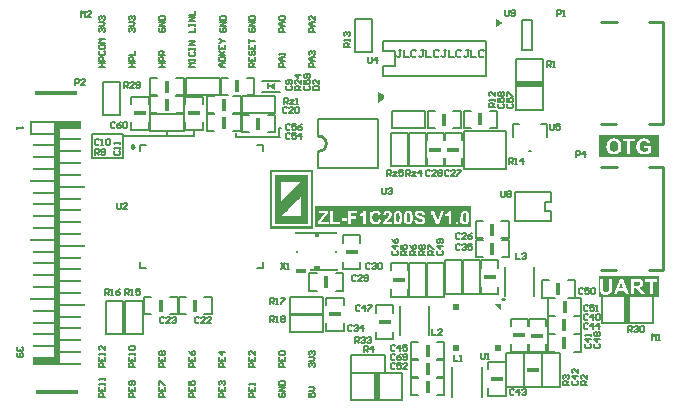
<source format=gto>
G04*
G04 #@! TF.GenerationSoftware,Altium Limited,Altium Designer,22.7.1 (60)*
G04*
G04 Layer_Color=65535*
%FSLAX44Y44*%
%MOMM*%
G71*
G04*
G04 #@! TF.SameCoordinates,186F2EC3-0C17-4490-BAB8-18F5E94287E0*
G04*
G04*
G04 #@! TF.FilePolarity,Positive*
G04*
G01*
G75*
%ADD10C,0.2540*%
%ADD11C,0.2500*%
%ADD12C,0.2032*%
%ADD13C,0.2000*%
%ADD14C,0.1270*%
%ADD15C,0.1524*%
%ADD16R,0.5080X2.2860*%
%ADD17R,0.4064X0.9906*%
%ADD18R,0.9906X0.4064*%
%ADD19R,0.5000X0.5000*%
%ADD20R,0.5000X0.5000*%
%ADD21R,0.5000X0.5000*%
%ADD22R,2.2860X0.5080*%
%ADD23R,2.0950X0.2525*%
%ADD24R,2.0320X0.2286*%
%ADD25R,2.0320X0.7620*%
%ADD26R,2.0828X0.2286*%
%ADD27R,2.2484X0.2286*%
%ADD28R,2.3368X0.2286*%
%ADD29R,2.0320X0.2532*%
%ADD30R,0.5588X20.7772*%
%ADD31R,3.5306X0.3810*%
%ADD32R,0.1910X1.2525*%
%ADD33R,0.2000X0.6000*%
%ADD34R,0.1524X0.1778*%
%ADD35R,0.4826X0.3556*%
%ADD36R,0.9398X0.3048*%
%ADD37R,2.3876X0.1524*%
%ADD38R,3.6322X0.1524*%
%ADD39R,0.4318X0.3556*%
G36*
X254036Y-188991D02*
X218047D01*
Y-147233D01*
Y-146959D01*
Y-139541D01*
X254036D01*
Y-188991D01*
D02*
G37*
G36*
X413348Y-257670D02*
X408348Y-252670D01*
X413348D01*
Y-257670D01*
D02*
G37*
G36*
X215940Y-68580D02*
X221940Y-71580D01*
Y-65580D01*
X215940Y-68580D01*
D02*
G37*
G36*
X309880Y-72983D02*
X309880Y-82465D01*
X314198Y-79587D01*
Y-75861D01*
X309880Y-72983D01*
D02*
G37*
G36*
X415715Y-14790D02*
X409465Y-11790D01*
Y-17790D01*
X415715Y-14790D01*
D02*
G37*
G36*
X547052Y-128524D02*
X496253D01*
Y-109982D01*
X547052D01*
Y-128524D01*
D02*
G37*
G36*
X388620Y-187960D02*
X256540D01*
Y-170180D01*
X388620D01*
Y-187960D01*
D02*
G37*
G36*
X547052Y-247142D02*
X496253D01*
Y-229108D01*
X547052D01*
Y-247142D01*
D02*
G37*
%LPC*%
G36*
X252388Y-141189D02*
X219695D01*
Y-180200D01*
Y-180475D01*
Y-187068D01*
X252388D01*
Y-141189D01*
D02*
G37*
%LPD*%
G36*
X250190Y-185420D02*
X221893D01*
Y-157673D01*
Y-157398D01*
Y-143387D01*
X250190D01*
Y-185420D01*
D02*
G37*
%LPC*%
G36*
X243597Y-149706D02*
X227663D01*
Y-165640D01*
X227937D01*
Y-165365D01*
X228212D01*
Y-165090D01*
X228487D01*
Y-164816D01*
X228761D01*
Y-164541D01*
X229036D01*
Y-164266D01*
X229311D01*
Y-163991D01*
X229586D01*
Y-163717D01*
X229860D01*
Y-163442D01*
X230135D01*
Y-163167D01*
X230410D01*
Y-162892D01*
X230685D01*
Y-162618D01*
X230959D01*
Y-162343D01*
X231234D01*
Y-162068D01*
X231509D01*
Y-161794D01*
X231783D01*
Y-161519D01*
X232058D01*
Y-161244D01*
X232333D01*
Y-160970D01*
X232608D01*
Y-160695D01*
X232882D01*
Y-160420D01*
X233157D01*
Y-160145D01*
X233432D01*
Y-159871D01*
X233706D01*
Y-159596D01*
X233981D01*
Y-159321D01*
X234256D01*
Y-159046D01*
X234531D01*
Y-158772D01*
X234805D01*
Y-158497D01*
X235080D01*
Y-158222D01*
X235355D01*
Y-157948D01*
X235630D01*
Y-157673D01*
X235904D01*
Y-157398D01*
X236179D01*
Y-157123D01*
X236454D01*
Y-156849D01*
X236728D01*
Y-156574D01*
X237003D01*
Y-156299D01*
X237278D01*
Y-156024D01*
X237553D01*
Y-155750D01*
X237827D01*
Y-155475D01*
X238102D01*
Y-155200D01*
X238377D01*
Y-154925D01*
X238652D01*
Y-154651D01*
X238926D01*
Y-154376D01*
X239201D01*
Y-154101D01*
X239476D01*
Y-153827D01*
X239750D01*
Y-153552D01*
X240025D01*
Y-153277D01*
X240300D01*
Y-153002D01*
X240575D01*
Y-152728D01*
X240849D01*
Y-152453D01*
X241124D01*
Y-152178D01*
X241399D01*
Y-151903D01*
X241674D01*
Y-151629D01*
X241948D01*
Y-151354D01*
X242223D01*
Y-151079D01*
X242498D01*
Y-150805D01*
X242772D01*
Y-150530D01*
X243047D01*
Y-150255D01*
X243322D01*
Y-149980D01*
X243597D01*
Y-149706D01*
D02*
G37*
G36*
X244421Y-162068D02*
X244146D01*
Y-162343D01*
X243871D01*
Y-162618D01*
X243597D01*
Y-162892D01*
X243322D01*
Y-163167D01*
X243047D01*
Y-163442D01*
X242772D01*
Y-163717D01*
X242498D01*
Y-163991D01*
X242223D01*
Y-164266D01*
X241948D01*
Y-164541D01*
X241674D01*
Y-164816D01*
X241399D01*
Y-165090D01*
X241124D01*
Y-165365D01*
X240849D01*
Y-165640D01*
X240575D01*
Y-165914D01*
X240300D01*
Y-166189D01*
X240025D01*
Y-166464D01*
X239750D01*
Y-166739D01*
X239476D01*
Y-167013D01*
X239201D01*
Y-167288D01*
X238926D01*
Y-167563D01*
X238652D01*
Y-167838D01*
X238377D01*
Y-168112D01*
X238102D01*
Y-168387D01*
X237827D01*
Y-168662D01*
X237553D01*
Y-168937D01*
X237278D01*
Y-169211D01*
X237003D01*
Y-169486D01*
X236728D01*
Y-169761D01*
X236454D01*
Y-170035D01*
X236179D01*
Y-170310D01*
X235904D01*
Y-170585D01*
X235630D01*
Y-170860D01*
X235355D01*
Y-171134D01*
X235080D01*
Y-171409D01*
X234805D01*
Y-171684D01*
X234531D01*
Y-171959D01*
X234256D01*
Y-172233D01*
X233981D01*
Y-172508D01*
X233706D01*
Y-172783D01*
X233432D01*
Y-173057D01*
X233157D01*
Y-173332D01*
X232882D01*
Y-173607D01*
X232608D01*
Y-173881D01*
X232333D01*
Y-174156D01*
X232058D01*
Y-174431D01*
X231783D01*
Y-174706D01*
X231509D01*
Y-174980D01*
X231234D01*
Y-175255D01*
X230959D01*
Y-175530D01*
X230685D01*
Y-175805D01*
X230410D01*
Y-176079D01*
X230135D01*
Y-176354D01*
X229860D01*
Y-176629D01*
X229586D01*
Y-176903D01*
X229311D01*
Y-177178D01*
X229036D01*
Y-177453D01*
X228761D01*
Y-177728D01*
X228487D01*
Y-178002D01*
X244421D01*
Y-173057D01*
Y-172783D01*
Y-162068D01*
D02*
G37*
G36*
X540392Y-112522D02*
X528231D01*
X534678D01*
X534002Y-112541D01*
X533400Y-112616D01*
X533137Y-112672D01*
X532874Y-112729D01*
X532629Y-112785D01*
X532423Y-112842D01*
X532235Y-112917D01*
X532047Y-112973D01*
X531915Y-113029D01*
X531783Y-113067D01*
X531690Y-113124D01*
X531614Y-113142D01*
X531577Y-113180D01*
X531558D01*
X530975Y-113518D01*
X530731Y-113725D01*
X530487Y-113913D01*
X530261Y-114120D01*
X530054Y-114326D01*
X529866Y-114533D01*
X529697Y-114721D01*
X529566Y-114909D01*
X529434Y-115078D01*
X529321Y-115229D01*
X529227Y-115360D01*
X529171Y-115473D01*
X529114Y-115548D01*
X529096Y-115604D01*
X529077Y-115623D01*
X528927Y-115924D01*
X528795Y-116225D01*
X528588Y-116845D01*
X528438Y-117465D01*
X528344Y-118010D01*
X528306Y-118274D01*
X528269Y-118499D01*
X528250Y-118706D01*
Y-118894D01*
X528231Y-119025D01*
Y-118894D01*
Y-119232D01*
X528269Y-119928D01*
X528344Y-120567D01*
X528475Y-121149D01*
X528532Y-121431D01*
X528607Y-121676D01*
X528682Y-121901D01*
X528739Y-122108D01*
X528814Y-122277D01*
X528870Y-122428D01*
X528908Y-122540D01*
X528945Y-122634D01*
X528983Y-122691D01*
Y-122709D01*
X529302Y-123273D01*
X529660Y-123762D01*
X530036Y-124194D01*
X530411Y-124533D01*
X530581Y-124683D01*
X530750Y-124815D01*
X530881Y-124927D01*
X531013Y-125002D01*
X531107Y-125078D01*
X531201Y-125134D01*
X531239Y-125153D01*
X531257Y-125172D01*
X531558Y-125322D01*
X531840Y-125454D01*
X532460Y-125660D01*
X533062Y-125811D01*
X533607Y-125905D01*
X533870Y-125942D01*
X534095Y-125980D01*
X534302Y-125999D01*
X534490D01*
X534622Y-126018D01*
X534828D01*
X535430Y-125999D01*
X535994Y-125924D01*
X536539Y-125830D01*
X537009Y-125717D01*
X537216Y-125660D01*
X537403Y-125604D01*
X537573Y-125548D01*
X537723Y-125510D01*
X537836Y-125472D01*
X537911Y-125435D01*
X537967Y-125416D01*
X537986D01*
X538550Y-125190D01*
X539020Y-124946D01*
X539434Y-124702D01*
X539791Y-124495D01*
X540054Y-124307D01*
X540148Y-124232D01*
X540242Y-124157D01*
X540298Y-124100D01*
X540354Y-124063D01*
X540392Y-124025D01*
Y-126018D01*
D01*
Y-112522D01*
D02*
G37*
G36*
X509322D02*
X509191D01*
X508627Y-112541D01*
X508082Y-112597D01*
X507612Y-112691D01*
X507198Y-112785D01*
X507029Y-112842D01*
X506860Y-112879D01*
X506729Y-112917D01*
X506616Y-112973D01*
X506522Y-112992D01*
X506446Y-113029D01*
X506409Y-113048D01*
X506390D01*
X506052Y-113199D01*
X505732Y-113387D01*
X505450Y-113593D01*
X505206Y-113781D01*
X504999Y-113951D01*
X504830Y-114101D01*
X504736Y-114195D01*
X504717Y-114214D01*
X504698Y-114232D01*
X504435Y-114533D01*
X504191Y-114853D01*
X503984Y-115135D01*
X503815Y-115417D01*
X503684Y-115661D01*
X503571Y-115849D01*
X503552Y-115924D01*
X503514Y-115981D01*
X503496Y-115999D01*
Y-116018D01*
X503308Y-116544D01*
X503157Y-117108D01*
X503063Y-117672D01*
X502988Y-118198D01*
X502969Y-118443D01*
X502951Y-118668D01*
X502932Y-118856D01*
Y-119025D01*
X502913Y-119176D01*
Y-119025D01*
Y-119364D01*
X502932Y-119928D01*
X502988Y-120473D01*
X503063Y-120980D01*
X503176Y-121450D01*
X503308Y-121882D01*
X503458Y-122277D01*
X503608Y-122653D01*
X503778Y-122973D01*
X503928Y-123273D01*
X504078Y-123518D01*
X504229Y-123743D01*
X504360Y-123931D01*
X504473Y-124063D01*
X504548Y-124176D01*
X504604Y-124232D01*
X504623Y-124251D01*
X504962Y-124570D01*
X505319Y-124833D01*
X505676Y-125078D01*
X506071Y-125266D01*
X506446Y-125435D01*
X506841Y-125585D01*
X507198Y-125698D01*
X507574Y-125792D01*
X507913Y-125867D01*
X508232Y-125924D01*
X508514Y-125961D01*
X508758Y-125980D01*
X508946Y-125999D01*
X509097Y-126018D01*
X509228D01*
X509755Y-125999D01*
X510243Y-125942D01*
X510713Y-125848D01*
X511146Y-125736D01*
X511559Y-125604D01*
X511935Y-125454D01*
X512273Y-125303D01*
X512593Y-125134D01*
X512856Y-124965D01*
X513100Y-124815D01*
X513307Y-124664D01*
X513476Y-124533D01*
X513627Y-124420D01*
X513721Y-124326D01*
X513777Y-124270D01*
X513796Y-124251D01*
X514096Y-123894D01*
X514360Y-123518D01*
X514604Y-123123D01*
X514792Y-122728D01*
X514961Y-122315D01*
X515112Y-121901D01*
X515224Y-121488D01*
X515318Y-121093D01*
X515375Y-120736D01*
X515431Y-120379D01*
X515469Y-120078D01*
X515506Y-119815D01*
Y-119589D01*
X515525Y-119420D01*
Y-126018D01*
D01*
D01*
Y-119289D01*
X515506Y-118706D01*
X515450Y-118161D01*
X515375Y-117653D01*
X515262Y-117165D01*
X515130Y-116732D01*
X514980Y-116319D01*
X514830Y-115943D01*
X514660Y-115623D01*
X514491Y-115323D01*
X514341Y-115059D01*
X514190Y-114834D01*
X514059Y-114646D01*
X513965Y-114514D01*
X513871Y-114402D01*
X513815Y-114345D01*
X513796Y-114326D01*
X513457Y-114007D01*
X513100Y-113725D01*
X512724Y-113481D01*
X512349Y-113274D01*
X511954Y-113105D01*
X511578Y-112954D01*
X511202Y-112842D01*
X510845Y-112748D01*
X510507Y-112672D01*
X510187Y-112616D01*
X509905Y-112578D01*
X509661Y-112541D01*
X509473D01*
X509322Y-112522D01*
D02*
G37*
G36*
X526991Y-112766D02*
X516672D01*
Y-114965D01*
X520525D01*
Y-125773D01*
X523156D01*
Y-114965D01*
X526991D01*
Y-125773D01*
D01*
Y-112766D01*
D02*
G37*
%LPD*%
G36*
X540392Y-118800D02*
X534734D01*
Y-120999D01*
X537742D01*
Y-122672D01*
X537516Y-122841D01*
X537272Y-122991D01*
X537028Y-123123D01*
X536802Y-123236D01*
X536614Y-123330D01*
X536445Y-123405D01*
X536351Y-123442D01*
X536332Y-123461D01*
X536313D01*
X536013Y-123574D01*
X535712Y-123649D01*
X535430Y-123706D01*
X535186Y-123743D01*
X534960Y-123762D01*
X534810Y-123781D01*
X534659D01*
X534359Y-123762D01*
X534058Y-123724D01*
X533795Y-123668D01*
X533532Y-123593D01*
X533062Y-123405D01*
X532874Y-123311D01*
X532686Y-123198D01*
X532517Y-123085D01*
X532366Y-122991D01*
X532253Y-122879D01*
X532141Y-122803D01*
X532066Y-122728D01*
X532009Y-122672D01*
X531972Y-122634D01*
X531953Y-122615D01*
X531783Y-122390D01*
X531614Y-122127D01*
X531483Y-121864D01*
X531370Y-121582D01*
X531182Y-120999D01*
X531069Y-120435D01*
X531032Y-120172D01*
X530994Y-119909D01*
X530975Y-119702D01*
X530956Y-119495D01*
X530938Y-119345D01*
Y-119213D01*
Y-119138D01*
Y-119119D01*
X530956Y-118725D01*
X530975Y-118368D01*
X531032Y-118010D01*
X531088Y-117691D01*
X531163Y-117409D01*
X531257Y-117146D01*
X531351Y-116902D01*
X531445Y-116676D01*
X531520Y-116488D01*
X531614Y-116319D01*
X531708Y-116187D01*
X531783Y-116074D01*
X531840Y-115981D01*
X531896Y-115924D01*
X531915Y-115886D01*
X531934Y-115868D01*
X532141Y-115680D01*
X532347Y-115492D01*
X532573Y-115360D01*
X532799Y-115229D01*
X533024Y-115116D01*
X533250Y-115022D01*
X533682Y-114890D01*
X533889Y-114853D01*
X534077Y-114815D01*
X534246Y-114796D01*
X534396Y-114777D01*
X534509Y-114759D01*
X534678D01*
X535092Y-114777D01*
X535449Y-114853D01*
X535768Y-114928D01*
X536050Y-115041D01*
X536257Y-115135D01*
X536426Y-115229D01*
X536520Y-115304D01*
X536558Y-115323D01*
X536821Y-115548D01*
X537046Y-115793D01*
X537234Y-116037D01*
X537366Y-116281D01*
X537479Y-116507D01*
X537554Y-116676D01*
X537592Y-116789D01*
X537610Y-116807D01*
Y-116826D01*
X540223Y-116338D01*
X540148Y-116018D01*
X540035Y-115698D01*
X539922Y-115417D01*
X539772Y-115153D01*
X539640Y-114890D01*
X539490Y-114665D01*
X539339Y-114458D01*
X539189Y-114270D01*
X539039Y-114101D01*
X538907Y-113951D01*
X538795Y-113819D01*
X538682Y-113725D01*
X538588Y-113650D01*
X538512Y-113575D01*
X538475Y-113556D01*
X538456Y-113537D01*
X538193Y-113349D01*
X537911Y-113199D01*
X537610Y-113067D01*
X537291Y-112954D01*
X536670Y-112766D01*
X536069Y-112654D01*
X535787Y-112597D01*
X535524Y-112578D01*
X535280Y-112560D01*
X535073Y-112541D01*
X534904Y-112522D01*
X540392D01*
Y-118800D01*
D02*
G37*
G36*
X509529Y-114777D02*
X509811Y-114815D01*
X510074Y-114853D01*
X510318Y-114928D01*
X510751Y-115116D01*
X510958Y-115210D01*
X511127Y-115304D01*
X511296Y-115417D01*
X511427Y-115511D01*
X511540Y-115604D01*
X511653Y-115698D01*
X511728Y-115774D01*
X511785Y-115811D01*
X511803Y-115849D01*
X511822Y-115868D01*
X511991Y-116093D01*
X512160Y-116338D01*
X512292Y-116582D01*
X512405Y-116864D01*
X512574Y-117428D01*
X512687Y-117973D01*
X512743Y-118217D01*
X512762Y-118462D01*
X512781Y-118668D01*
X512800Y-118856D01*
X512818Y-119025D01*
Y-119138D01*
Y-119213D01*
Y-119232D01*
X512800Y-119646D01*
X512781Y-120040D01*
X512724Y-120398D01*
X512668Y-120717D01*
X512593Y-121037D01*
X512499Y-121319D01*
X512405Y-121563D01*
X512311Y-121788D01*
X512217Y-121995D01*
X512123Y-122164D01*
X512048Y-122315D01*
X511954Y-122446D01*
X511897Y-122540D01*
X511841Y-122597D01*
X511822Y-122634D01*
X511803Y-122653D01*
X511615Y-122860D01*
X511409Y-123029D01*
X511183Y-123179D01*
X510976Y-123311D01*
X510751Y-123405D01*
X510544Y-123499D01*
X510131Y-123630D01*
X509773Y-123724D01*
X509623Y-123743D01*
X509492Y-123762D01*
X509379Y-123781D01*
X509228D01*
X508946Y-123762D01*
X508665Y-123724D01*
X508401Y-123668D01*
X508157Y-123593D01*
X507706Y-123424D01*
X507349Y-123198D01*
X507180Y-123104D01*
X507048Y-122991D01*
X506916Y-122897D01*
X506823Y-122803D01*
X506747Y-122747D01*
X506691Y-122691D01*
X506653Y-122653D01*
X506634Y-122634D01*
X506465Y-122409D01*
X506296Y-122164D01*
X506165Y-121901D01*
X506052Y-121619D01*
X505864Y-121074D01*
X505751Y-120529D01*
X505714Y-120266D01*
X505676Y-120040D01*
X505657Y-119815D01*
X505638Y-119627D01*
X505620Y-119476D01*
Y-119364D01*
Y-119289D01*
Y-119270D01*
X505638Y-118856D01*
X505657Y-118480D01*
X505714Y-118123D01*
X505770Y-117785D01*
X505845Y-117484D01*
X505920Y-117202D01*
X506014Y-116958D01*
X506108Y-116732D01*
X506202Y-116525D01*
X506296Y-116356D01*
X506371Y-116225D01*
X506446Y-116093D01*
X506503Y-115999D01*
X506559Y-115943D01*
X506578Y-115905D01*
X506597Y-115886D01*
X506785Y-115680D01*
X506992Y-115511D01*
X507217Y-115360D01*
X507424Y-115229D01*
X507649Y-115116D01*
X507875Y-115041D01*
X508288Y-114890D01*
X508665Y-114815D01*
X508815Y-114796D01*
X508965Y-114777D01*
X509078Y-114759D01*
X509228D01*
X509529Y-114777D01*
D02*
G37*
%LPC*%
G36*
X369554Y-173750D02*
X366600D01*
D01*
X369554D01*
D02*
G37*
G36*
X299035Y-173750D02*
X297257D01*
X297093Y-174129D01*
X296879Y-174475D01*
X296649Y-174804D01*
X296418Y-175067D01*
X296221Y-175281D01*
X296040Y-175446D01*
X295974Y-175512D01*
X295924Y-175561D01*
X295891Y-175577D01*
X295875Y-175594D01*
X295513Y-175857D01*
X295167Y-176088D01*
X294855Y-176269D01*
X294575Y-176400D01*
X294344Y-176499D01*
X294180Y-176581D01*
X294114Y-176598D01*
X294064Y-176614D01*
X294048Y-176631D01*
X294032D01*
Y-176614D01*
Y-176631D01*
Y-178606D01*
X294624Y-178375D01*
X295151Y-178129D01*
X295398Y-177997D01*
X295628Y-177849D01*
X295842Y-177717D01*
X296040Y-177585D01*
X296221Y-177454D01*
X296385Y-177339D01*
X296517Y-177240D01*
X296632Y-177141D01*
X296731Y-177059D01*
X296797Y-177009D01*
X296830Y-176976D01*
X296846Y-176960D01*
Y-185206D01*
X294032D01*
X299035D01*
Y-173750D01*
D02*
G37*
G36*
X345022Y-173602D02*
X344825D01*
X344347Y-173619D01*
X343919Y-173668D01*
X343541Y-173734D01*
X343212Y-173800D01*
X343064Y-173849D01*
X342932Y-173882D01*
X342833Y-173915D01*
X342734Y-173948D01*
X342668Y-173981D01*
X342619Y-173997D01*
X342586Y-174014D01*
X342570D01*
X342240Y-174178D01*
X341961Y-174359D01*
X341714Y-174557D01*
X341516Y-174738D01*
X341352Y-174902D01*
X341253Y-175034D01*
X341171Y-175133D01*
X341154Y-175149D01*
Y-175166D01*
X340990Y-175446D01*
X340874Y-175742D01*
X340792Y-176022D01*
X340743Y-176269D01*
X340710Y-176483D01*
X340677Y-176647D01*
Y-176713D01*
Y-176762D01*
Y-176779D01*
Y-176795D01*
X340693Y-177042D01*
X340726Y-177289D01*
X340776Y-177503D01*
X340841Y-177717D01*
X341006Y-178112D01*
X341204Y-178458D01*
X341286Y-178606D01*
X341385Y-178721D01*
X341467Y-178836D01*
X341549Y-178935D01*
X341615Y-179001D01*
X341664Y-179050D01*
X341697Y-179083D01*
X341714Y-179100D01*
X341862Y-179215D01*
X342043Y-179330D01*
X342224Y-179445D01*
X342438Y-179544D01*
X342850Y-179742D01*
X343277Y-179906D01*
X343491Y-179972D01*
X343672Y-180038D01*
X343853Y-180087D01*
X344002Y-180137D01*
X344117Y-180170D01*
X344216Y-180202D01*
X344282Y-180219D01*
X344298D01*
X344561Y-180285D01*
X344792Y-180350D01*
X345006Y-180400D01*
X345203Y-180449D01*
X345368Y-180499D01*
X345516Y-180532D01*
X345648Y-180581D01*
X345763Y-180614D01*
X345862Y-180630D01*
X345944Y-180663D01*
X346059Y-180696D01*
X346125Y-180729D01*
X346141D01*
X346355Y-180811D01*
X346520Y-180894D01*
X346668Y-180976D01*
X346783Y-181058D01*
X346866Y-181124D01*
X346915Y-181173D01*
X346948Y-181206D01*
X346964Y-181223D01*
X347047Y-181338D01*
X347112Y-181453D01*
X347145Y-181569D01*
X347178Y-181667D01*
X347195Y-181766D01*
X347211Y-181848D01*
Y-181898D01*
Y-181914D01*
X347195Y-182145D01*
X347129Y-182342D01*
X347030Y-182540D01*
X346931Y-182704D01*
X346816Y-182836D01*
X346734Y-182935D01*
X346668Y-183001D01*
X346635Y-183017D01*
X346405Y-183165D01*
X346141Y-183280D01*
X345862Y-183363D01*
X345598Y-183412D01*
X345351Y-183445D01*
X345154Y-183478D01*
X344973D01*
X344594Y-183461D01*
X344265Y-183396D01*
X343985Y-183313D01*
X343738Y-183214D01*
X343541Y-183116D01*
X343409Y-183033D01*
X343327Y-182968D01*
X343294Y-182951D01*
X343080Y-182721D01*
X342915Y-182474D01*
X342767Y-182194D01*
X342668Y-181914D01*
X342586Y-181667D01*
X342520Y-181470D01*
X342504Y-181404D01*
Y-181338D01*
X342487Y-181305D01*
Y-181289D01*
X340249Y-181503D01*
X340298Y-181848D01*
X340364Y-182178D01*
X340463Y-182490D01*
X340545Y-182770D01*
X340660Y-183033D01*
X340776Y-183280D01*
X340891Y-183494D01*
X341006Y-183692D01*
X341121Y-183856D01*
X341236Y-184004D01*
X341335Y-184136D01*
X341434Y-184251D01*
X341500Y-184334D01*
X341566Y-184383D01*
X341599Y-184416D01*
X341615Y-184432D01*
X341846Y-184613D01*
X342092Y-184762D01*
X342356Y-184893D01*
X342635Y-185009D01*
X342899Y-185091D01*
X343179Y-185173D01*
X343722Y-185288D01*
X343969Y-185338D01*
X344199Y-185371D01*
X344397Y-185387D01*
X344578Y-185403D01*
X344726Y-185420D01*
X340249D01*
X344940D01*
X345466Y-185403D01*
X345944Y-185354D01*
X346372Y-185288D01*
X346553Y-185255D01*
X346734Y-185206D01*
X346882Y-185173D01*
X347014Y-185140D01*
X347129Y-185107D01*
X347228Y-185074D01*
X347310Y-185041D01*
X347359Y-185025D01*
X347392Y-185009D01*
X347409D01*
X347771Y-184827D01*
X348067Y-184630D01*
X348347Y-184432D01*
X348561Y-184219D01*
X348725Y-184037D01*
X348857Y-183873D01*
X348923Y-183774D01*
X348956Y-183758D01*
Y-183741D01*
X349137Y-183412D01*
X349285Y-183099D01*
X349384Y-182787D01*
X349450Y-182490D01*
X349483Y-182260D01*
X349499Y-182145D01*
X349515Y-182062D01*
Y-181898D01*
X349499Y-181503D01*
X349450Y-181157D01*
X349367Y-180844D01*
X349285Y-180581D01*
X349203Y-180367D01*
X349120Y-180219D01*
X349071Y-180120D01*
X349055Y-180087D01*
X348874Y-179824D01*
X348660Y-179593D01*
X348446Y-179396D01*
X348248Y-179231D01*
X348067Y-179100D01*
X347919Y-179001D01*
X347820Y-178935D01*
X347804Y-178919D01*
X347787D01*
X347623Y-178836D01*
X347458Y-178754D01*
X347063Y-178606D01*
X346652Y-178474D01*
X346257Y-178342D01*
X346076Y-178293D01*
X345895Y-178244D01*
X345730Y-178194D01*
X345598Y-178162D01*
X345483Y-178129D01*
X345401Y-178112D01*
X345335Y-178096D01*
X345318D01*
X345022Y-178013D01*
X344759Y-177948D01*
X344512Y-177882D01*
X344282Y-177816D01*
X344100Y-177750D01*
X343919Y-177684D01*
X343771Y-177618D01*
X343639Y-177569D01*
X343524Y-177520D01*
X343442Y-177470D01*
X343360Y-177437D01*
X343310Y-177404D01*
X343228Y-177355D01*
X343212Y-177339D01*
X343096Y-177223D01*
X343014Y-177108D01*
X342965Y-176993D01*
X342932Y-176878D01*
X342899Y-176795D01*
X342882Y-176713D01*
Y-176664D01*
Y-176647D01*
X342899Y-176483D01*
X342932Y-176351D01*
X342998Y-176219D01*
X343064Y-176120D01*
X343129Y-176038D01*
X343195Y-175989D01*
X343228Y-175956D01*
X343245Y-175940D01*
X343475Y-175791D01*
X343722Y-175693D01*
X343985Y-175610D01*
X344232Y-175561D01*
X344446Y-175528D01*
X344627Y-175511D01*
X344792D01*
X345137Y-175528D01*
X345434Y-175577D01*
X345681Y-175643D01*
X345878Y-175709D01*
X346043Y-175775D01*
X346158Y-175841D01*
X346224Y-175890D01*
X346240Y-175907D01*
X346405Y-176071D01*
X346553Y-176269D01*
X346668Y-176466D01*
X346750Y-176680D01*
X346816Y-176861D01*
X346849Y-177009D01*
X346882Y-177125D01*
Y-177141D01*
Y-177157D01*
X349186Y-177075D01*
X349170Y-176779D01*
X349120Y-176516D01*
X349055Y-176252D01*
X348972Y-176022D01*
X348890Y-175791D01*
X348791Y-175577D01*
X348693Y-175396D01*
X348594Y-175215D01*
X348479Y-175067D01*
X348380Y-174935D01*
X348281Y-174820D01*
X348199Y-174722D01*
X348133Y-174656D01*
X348083Y-174606D01*
X348051Y-174573D01*
X348034Y-174557D01*
X347820Y-174392D01*
X347590Y-174244D01*
X347343Y-174112D01*
X347080Y-173997D01*
X346816Y-173915D01*
X346553Y-173833D01*
X346026Y-173717D01*
X345779Y-173685D01*
X345565Y-173652D01*
X345351Y-173635D01*
X345170Y-173619D01*
X345022Y-173602D01*
D02*
G37*
G36*
X326506Y-173750D02*
X326341D01*
X326045Y-173767D01*
X325765Y-173800D01*
X325485Y-173866D01*
X325238Y-173932D01*
X325008Y-174030D01*
X324794Y-174129D01*
X324613Y-174228D01*
X324432Y-174343D01*
X324283Y-174458D01*
X324135Y-174557D01*
X324020Y-174656D01*
X323938Y-174754D01*
X323856Y-174820D01*
X323806Y-174886D01*
X323773Y-174919D01*
X323757Y-174935D01*
X323559Y-175215D01*
X323395Y-175544D01*
X323247Y-175890D01*
X323115Y-176252D01*
X323016Y-176631D01*
X322917Y-177026D01*
X322852Y-177404D01*
X322786Y-177783D01*
X322753Y-178145D01*
X322720Y-178474D01*
X322687Y-178787D01*
X322671Y-179050D01*
X322654Y-179264D01*
Y-179231D01*
Y-185420D01*
Y-179577D01*
X322671Y-180170D01*
X322703Y-180713D01*
X322753Y-181223D01*
X322819Y-181684D01*
X322884Y-182095D01*
X322967Y-182474D01*
X323065Y-182803D01*
X323164Y-183099D01*
X323247Y-183346D01*
X323345Y-183577D01*
X323428Y-183758D01*
X323510Y-183906D01*
X323559Y-184004D01*
X323609Y-184087D01*
X323642Y-184136D01*
X323658Y-184153D01*
X323856Y-184383D01*
X324070Y-184564D01*
X324283Y-184745D01*
X324514Y-184877D01*
X324728Y-185009D01*
X324958Y-185107D01*
X325172Y-185190D01*
X325386Y-185255D01*
X325584Y-185321D01*
X325765Y-185354D01*
X325929Y-185387D01*
X326061Y-185403D01*
X326176D01*
X326275Y-185420D01*
X322654D01*
X330044Y-185420D01*
X326341Y-185420D01*
X326637Y-185403D01*
X326917Y-185371D01*
X327197Y-185305D01*
X327444Y-185239D01*
X327674Y-185157D01*
X327888Y-185058D01*
X328069Y-184943D01*
X328250Y-184827D01*
X328398Y-184729D01*
X328546Y-184613D01*
X328662Y-184515D01*
X328760Y-184432D01*
X328826Y-184367D01*
X328876Y-184301D01*
X328909Y-184268D01*
X328925Y-184251D01*
X329123Y-183972D01*
X329287Y-183642D01*
X329452Y-183297D01*
X329567Y-182918D01*
X329682Y-182540D01*
X329764Y-182161D01*
X329847Y-181766D01*
X329913Y-181388D01*
X329945Y-181025D01*
X329978Y-180696D01*
X330011Y-180383D01*
X330028Y-180120D01*
X330044Y-179906D01*
Y-179593D01*
X330028Y-179001D01*
X329995Y-178458D01*
X329945Y-177964D01*
X329863Y-177503D01*
X329781Y-177075D01*
X329699Y-176697D01*
X329583Y-176351D01*
X329485Y-176055D01*
X329386Y-175775D01*
X329287Y-175561D01*
X329188Y-175363D01*
X329106Y-175199D01*
X329024Y-175084D01*
X328974Y-175001D01*
X328941Y-174952D01*
X328925Y-174935D01*
X328744Y-174722D01*
X328546Y-174541D01*
X328332Y-174392D01*
X328119Y-174244D01*
X327905Y-174129D01*
X327691Y-174047D01*
X327493Y-173964D01*
X327279Y-173899D01*
X327082Y-173849D01*
X326917Y-173816D01*
X326752Y-173783D01*
X326621Y-173767D01*
X326506Y-173750D01*
D02*
G37*
G36*
X307907Y-173602D02*
X307709D01*
X307281Y-173619D01*
X306853Y-173668D01*
X306475Y-173750D01*
X306096Y-173849D01*
X305767Y-173964D01*
X305438Y-174096D01*
X305158Y-174244D01*
X304895Y-174392D01*
X304648Y-174541D01*
X304450Y-174689D01*
X304269Y-174820D01*
X304121Y-174935D01*
X304006Y-175034D01*
X303923Y-175117D01*
X303874Y-175166D01*
X303858Y-175182D01*
X303594Y-175495D01*
X303380Y-175824D01*
X303183Y-176170D01*
X303018Y-176532D01*
X302870Y-176911D01*
X302755Y-177273D01*
X302656Y-177635D01*
X302574Y-177980D01*
X302508Y-178326D01*
X302475Y-178622D01*
X302442Y-178902D01*
X302409Y-179133D01*
Y-179330D01*
X302393Y-179478D01*
Y-173602D01*
Y-179610D01*
X302409Y-180104D01*
X302459Y-180564D01*
X302525Y-181009D01*
X302623Y-181404D01*
X302722Y-181782D01*
X302854Y-182145D01*
X302985Y-182457D01*
X303117Y-182737D01*
X303249Y-183001D01*
X303380Y-183231D01*
X303512Y-183412D01*
X303611Y-183577D01*
X303710Y-183692D01*
X303775Y-183790D01*
X303825Y-183840D01*
X303841Y-183856D01*
X304121Y-184136D01*
X304417Y-184367D01*
X304730Y-184581D01*
X305043Y-184745D01*
X305355Y-184893D01*
X305668Y-185025D01*
X305964Y-185124D01*
X306244Y-185206D01*
X306524Y-185272D01*
X306771Y-185321D01*
X307001Y-185354D01*
X307182Y-185371D01*
X307347Y-185387D01*
X307462Y-185403D01*
X302393D01*
D01*
X312301D01*
X307561D01*
X307907Y-185387D01*
X308219Y-185371D01*
X308532Y-185321D01*
X308812Y-185255D01*
X309075Y-185190D01*
X309322Y-185124D01*
X309552Y-185041D01*
X309767Y-184943D01*
X309948Y-184860D01*
X310112Y-184778D01*
X310260Y-184712D01*
X310375Y-184646D01*
X310474Y-184581D01*
X310540Y-184531D01*
X310573Y-184515D01*
X310590Y-184498D01*
X310803Y-184317D01*
X311001Y-184120D01*
X311363Y-183675D01*
X311659Y-183214D01*
X311890Y-182770D01*
X311989Y-182556D01*
X312071Y-182359D01*
X312137Y-182178D01*
X312202Y-182029D01*
X312252Y-181898D01*
X312285Y-181799D01*
X312301Y-181733D01*
Y-181717D01*
X310063Y-181025D01*
X309931Y-181470D01*
X309783Y-181848D01*
X309635Y-182161D01*
X309470Y-182424D01*
X309339Y-182622D01*
X309223Y-182754D01*
X309141Y-182836D01*
X309108Y-182869D01*
X308845Y-183066D01*
X308582Y-183198D01*
X308318Y-183297D01*
X308088Y-183379D01*
X307874Y-183412D01*
X307693Y-183428D01*
X307627Y-183445D01*
X307544D01*
X307314Y-183428D01*
X307100Y-183412D01*
X306705Y-183297D01*
X306360Y-183165D01*
X306080Y-182984D01*
X305849Y-182819D01*
X305685Y-182688D01*
X305619Y-182622D01*
X305569Y-182573D01*
X305553Y-182556D01*
X305536Y-182540D01*
X305405Y-182359D01*
X305290Y-182145D01*
X305174Y-181914D01*
X305092Y-181667D01*
X304960Y-181157D01*
X304862Y-180647D01*
X304829Y-180400D01*
X304812Y-180186D01*
X304779Y-179972D01*
Y-179791D01*
X304763Y-179659D01*
Y-179544D01*
Y-179462D01*
Y-179445D01*
X304779Y-179067D01*
X304796Y-178721D01*
X304829Y-178408D01*
X304878Y-178112D01*
X304944Y-177849D01*
X305010Y-177602D01*
X305076Y-177388D01*
X305158Y-177190D01*
X305224Y-177026D01*
X305290Y-176878D01*
X305355Y-176763D01*
X305421Y-176664D01*
X305471Y-176581D01*
X305504Y-176532D01*
X305536Y-176499D01*
Y-176483D01*
X305685Y-176318D01*
X305849Y-176170D01*
X306014Y-176055D01*
X306195Y-175956D01*
X306541Y-175791D01*
X306870Y-175676D01*
X307150Y-175610D01*
X307281Y-175594D01*
X307380Y-175577D01*
X307479Y-175561D01*
X307594D01*
X307923Y-175577D01*
X308219Y-175643D01*
X308483Y-175725D01*
X308713Y-175824D01*
X308894Y-175923D01*
X309026Y-176005D01*
X309108Y-176071D01*
X309141Y-176088D01*
X309355Y-176285D01*
X309552Y-176516D01*
X309701Y-176746D01*
X309816Y-176976D01*
X309898Y-177174D01*
X309948Y-177322D01*
X309981Y-177388D01*
Y-177437D01*
X309997Y-177454D01*
Y-177470D01*
X312268Y-176927D01*
X312104Y-176450D01*
X311923Y-176038D01*
X311725Y-175676D01*
X311544Y-175380D01*
X311363Y-175149D01*
X311297Y-175051D01*
X311231Y-174968D01*
X311182Y-174919D01*
X311133Y-174870D01*
X311116Y-174837D01*
X311100D01*
X310853Y-174623D01*
X310573Y-174425D01*
X310310Y-174261D01*
X310030Y-174129D01*
X309734Y-173997D01*
X309454Y-173899D01*
X309174Y-173816D01*
X308911Y-173750D01*
X308664Y-173701D01*
X308433Y-173668D01*
X308236Y-173635D01*
X308055Y-173619D01*
X307907Y-173602D01*
D02*
G37*
G36*
X282938Y-179972D02*
X278642D01*
Y-182161D01*
X282938D01*
Y-179972D01*
D02*
G37*
G36*
X365349Y-173816D02*
X362897D01*
X360115Y-182243D01*
X357218Y-173816D01*
X354733D01*
Y-185206D01*
Y-173816D01*
X358815Y-185206D01*
X361300D01*
X365349Y-173816D01*
D01*
D02*
G37*
G36*
X317716Y-173750D02*
X317552D01*
X317272Y-173767D01*
X317009Y-173783D01*
X316498Y-173866D01*
X316070Y-173997D01*
X315873Y-174063D01*
X315692Y-174145D01*
X315527Y-174211D01*
X315396Y-174294D01*
X315264Y-174359D01*
X315165Y-174409D01*
X315083Y-174475D01*
X315033Y-174508D01*
X315000Y-174524D01*
X314984Y-174541D01*
X314803Y-174705D01*
X314638Y-174870D01*
X314490Y-175067D01*
X314359Y-175281D01*
X314161Y-175709D01*
X313997Y-176121D01*
X313947Y-176334D01*
X313898Y-176516D01*
X313848Y-176680D01*
X313832Y-176828D01*
X313799Y-176960D01*
Y-177042D01*
X313783Y-177108D01*
Y-177125D01*
X315955Y-177339D01*
X315988Y-177009D01*
X316054Y-176730D01*
X316120Y-176483D01*
X316202Y-176302D01*
X316268Y-176154D01*
X316334Y-176055D01*
X316383Y-175989D01*
X316400Y-175972D01*
X316564Y-175841D01*
X316745Y-175742D01*
X316926Y-175660D01*
X317107Y-175610D01*
X317255Y-175577D01*
X317387Y-175561D01*
X317502D01*
X317749Y-175577D01*
X317963Y-175627D01*
X318144Y-175693D01*
X318309Y-175758D01*
X318424Y-175824D01*
X318523Y-175890D01*
X318572Y-175940D01*
X318589Y-175956D01*
X318720Y-176121D01*
X318819Y-176302D01*
X318885Y-176483D01*
X318934Y-176664D01*
X318967Y-176828D01*
X318984Y-176976D01*
Y-177059D01*
Y-177075D01*
Y-177092D01*
X318967Y-177339D01*
X318918Y-177569D01*
X318836Y-177799D01*
X318753Y-177997D01*
X318671Y-178178D01*
X318589Y-178310D01*
X318539Y-178392D01*
X318523Y-178425D01*
X318457Y-178524D01*
X318358Y-178639D01*
X318227Y-178787D01*
X318095Y-178919D01*
X317799Y-179231D01*
X317502Y-179544D01*
X317206Y-179840D01*
X317074Y-179972D01*
X316943Y-180071D01*
X316844Y-180170D01*
X316778Y-180235D01*
X316729Y-180285D01*
X316712Y-180301D01*
X316383Y-180614D01*
X316087Y-180910D01*
X315807Y-181190D01*
X315560Y-181437D01*
X315330Y-181684D01*
X315132Y-181914D01*
X314951Y-182112D01*
X314803Y-182309D01*
X314671Y-182474D01*
X314556Y-182622D01*
X314457Y-182737D01*
X314391Y-182852D01*
X314326Y-182918D01*
X314293Y-182984D01*
X314260Y-183017D01*
Y-183033D01*
X314046Y-183412D01*
X313881Y-183807D01*
X313750Y-184169D01*
X313651Y-184498D01*
X313585Y-184795D01*
X313569Y-184910D01*
X313552Y-185009D01*
X313536Y-185091D01*
X313519Y-185157D01*
D01*
Y-185206D01*
X321173D01*
Y-183181D01*
X316828D01*
X316959Y-182968D01*
X317107Y-182787D01*
X317173Y-182704D01*
X317222Y-182638D01*
X317255Y-182605D01*
X317272Y-182589D01*
X317338Y-182523D01*
X317404Y-182441D01*
X317601Y-182260D01*
X317815Y-182046D01*
X318029Y-181832D01*
X318243Y-181634D01*
X318424Y-181470D01*
X318490Y-181404D01*
X318539Y-181355D01*
X318572Y-181338D01*
X318589Y-181322D01*
X318951Y-180976D01*
X319247Y-180696D01*
X319494Y-180433D01*
X319691Y-180235D01*
X319839Y-180071D01*
X319938Y-179956D01*
X320004Y-179873D01*
X320021Y-179857D01*
X320235Y-179577D01*
X320416Y-179314D01*
X320564Y-179067D01*
X320679Y-178853D01*
X320778Y-178672D01*
X320844Y-178524D01*
X320877Y-178441D01*
X320893Y-178408D01*
X320992Y-178145D01*
X321058Y-177882D01*
X321107Y-177635D01*
X321140Y-177404D01*
X321156Y-177223D01*
X321173Y-177075D01*
Y-176943D01*
X321156Y-176697D01*
X321123Y-176450D01*
X321090Y-176219D01*
X321025Y-176005D01*
X320860Y-175627D01*
X320695Y-175298D01*
X320597Y-175149D01*
X320514Y-175034D01*
X320432Y-174919D01*
X320350Y-174837D01*
X320284Y-174771D01*
X320251Y-174705D01*
X320218Y-174689D01*
X320202Y-174672D01*
X320021Y-174508D01*
X319807Y-174359D01*
X319609Y-174244D01*
X319379Y-174145D01*
X318951Y-173981D01*
X318523Y-173866D01*
X318325Y-173833D01*
X318144Y-173800D01*
X317980Y-173783D01*
X317831Y-173767D01*
X317716Y-173750D01*
D02*
G37*
G36*
X377529Y-183017D02*
X375340D01*
Y-185206D01*
X377529D01*
Y-183017D01*
D02*
G37*
G36*
X371604Y-173750D02*
X369826D01*
X369661Y-174129D01*
X369448Y-174475D01*
X369217Y-174804D01*
X368987Y-175067D01*
X368789Y-175281D01*
X368608Y-175446D01*
X368542Y-175511D01*
X368493Y-175561D01*
X368460Y-175577D01*
X368444Y-175594D01*
X368082Y-175857D01*
X367736Y-176088D01*
X367423Y-176269D01*
X367143Y-176400D01*
X366913Y-176499D01*
X366748Y-176581D01*
X366682Y-176598D01*
X366633Y-176614D01*
X366617Y-176631D01*
X366600D01*
Y-178606D01*
X367193Y-178375D01*
X367719Y-178129D01*
X367966Y-177997D01*
X368197Y-177849D01*
X368411Y-177717D01*
X368608Y-177585D01*
X368789Y-177454D01*
X368954Y-177339D01*
X369086Y-177240D01*
X369201Y-177141D01*
X369299Y-177059D01*
X369365Y-177009D01*
X369398Y-176976D01*
X369415Y-176960D01*
Y-185206D01*
X371604D01*
Y-173750D01*
D02*
G37*
G36*
X292040Y-173816D02*
X284222D01*
Y-185206D01*
X292040D01*
D01*
X286526D01*
Y-180367D01*
X291283D01*
Y-178441D01*
X286526D01*
Y-175742D01*
X292040D01*
Y-173816D01*
D02*
G37*
G36*
X277276Y-173899D02*
X269244D01*
Y-185206D01*
X277276D01*
Y-183280D01*
X271548D01*
Y-173899D01*
X277276D01*
D02*
G37*
G36*
X267730Y-173816D02*
X258463D01*
Y-185206D01*
X267730D01*
Y-183280D01*
X261245D01*
X267483Y-175610D01*
Y-173816D01*
X267730D01*
D02*
G37*
G36*
X383158Y-173750D02*
X382994D01*
X382697Y-173767D01*
X382417Y-173800D01*
X382138Y-173866D01*
X381891Y-173932D01*
X381660Y-174030D01*
X381446Y-174129D01*
X381265Y-174228D01*
X381084Y-174343D01*
X380936Y-174458D01*
X380788Y-174557D01*
X380673Y-174656D01*
X380591Y-174754D01*
X380508Y-174820D01*
X380459Y-174886D01*
X380426Y-174919D01*
X380409Y-174935D01*
X380212Y-175215D01*
X380047Y-175544D01*
X379899Y-175890D01*
X379767Y-176252D01*
X379669Y-176631D01*
X379570Y-177026D01*
X379504Y-177404D01*
X379438Y-177783D01*
X379405Y-178145D01*
X379372Y-178474D01*
X379340Y-178787D01*
X379323Y-179050D01*
X379307Y-179264D01*
Y-185420D01*
Y-179577D01*
X379323Y-180170D01*
X379356Y-180713D01*
X379405Y-181223D01*
X379471Y-181684D01*
X379537Y-182095D01*
X379619Y-182474D01*
X379718Y-182803D01*
X379817Y-183099D01*
X379899Y-183346D01*
X379998Y-183577D01*
X380080Y-183758D01*
X380163Y-183906D01*
X380212Y-184004D01*
X380261Y-184087D01*
X380294Y-184136D01*
X380311Y-184153D01*
X380508Y-184383D01*
X380722Y-184564D01*
X380936Y-184745D01*
X381166Y-184877D01*
X381381Y-185009D01*
X381611Y-185107D01*
X381825Y-185189D01*
X382039Y-185255D01*
X382236Y-185321D01*
X382417Y-185354D01*
X382582Y-185387D01*
X382714Y-185403D01*
X382829D01*
X382928Y-185420D01*
X379307D01*
X386697D01*
X382994D01*
X383290Y-185403D01*
X383570Y-185371D01*
X383849Y-185305D01*
X384096Y-185239D01*
X384327Y-185157D01*
X384541Y-185058D01*
X384722Y-184943D01*
X384903Y-184827D01*
X385051Y-184729D01*
X385199Y-184613D01*
X385314Y-184515D01*
X385413Y-184432D01*
X385479Y-184367D01*
X385528Y-184301D01*
X385561Y-184268D01*
X385578Y-184251D01*
X385775Y-183972D01*
X385940Y-183642D01*
X386104Y-183297D01*
X386219Y-182918D01*
X386335Y-182540D01*
X386417Y-182161D01*
X386499Y-181766D01*
X386565Y-181388D01*
X386598Y-181025D01*
X386631Y-180696D01*
X386664Y-180383D01*
X386680Y-180120D01*
X386697Y-179906D01*
Y-179593D01*
X386680Y-179001D01*
X386647Y-178458D01*
X386598Y-177964D01*
X386516Y-177503D01*
X386433Y-177075D01*
X386351Y-176697D01*
X386236Y-176351D01*
X386137Y-176055D01*
X386038Y-175775D01*
X385940Y-175561D01*
X385841Y-175363D01*
X385759Y-175199D01*
X385676Y-175084D01*
X385627Y-175001D01*
X385594Y-174952D01*
X385578Y-174935D01*
X385396Y-174722D01*
X385199Y-174540D01*
X384985Y-174392D01*
X384771Y-174244D01*
X384557Y-174129D01*
X384343Y-174047D01*
X384146Y-173964D01*
X383932Y-173899D01*
X383734Y-173849D01*
X383570Y-173816D01*
X383405Y-173783D01*
X383273Y-173767D01*
X383158Y-173750D01*
D02*
G37*
G36*
X338899D02*
X331509D01*
D01*
X335196D01*
X334900Y-173767D01*
X334620Y-173800D01*
X334340Y-173866D01*
X334093Y-173932D01*
X333863Y-174030D01*
X333649Y-174129D01*
X333468Y-174228D01*
X333287Y-174343D01*
X333139Y-174458D01*
X332990Y-174557D01*
X332875Y-174656D01*
X332793Y-174754D01*
X332711Y-174820D01*
X332661Y-174886D01*
X332628Y-174919D01*
X332612Y-174935D01*
X332414Y-175215D01*
X332250Y-175544D01*
X332102Y-175890D01*
X331970Y-176252D01*
X331871Y-176631D01*
X331772Y-177026D01*
X331707Y-177404D01*
X331641Y-177783D01*
X331608Y-178145D01*
X331575Y-178474D01*
X331542Y-178787D01*
X331526Y-179050D01*
X331509Y-179264D01*
Y-185420D01*
Y-179577D01*
X331526Y-180170D01*
X331558Y-180713D01*
X331608Y-181223D01*
X331674Y-181684D01*
X331740Y-182095D01*
X331822Y-182474D01*
X331921Y-182803D01*
X332019Y-183099D01*
X332102Y-183346D01*
X332200Y-183577D01*
X332283Y-183758D01*
X332365Y-183906D01*
X332414Y-184004D01*
X332464Y-184087D01*
X332497Y-184136D01*
X332513Y-184153D01*
X332711Y-184383D01*
X332925Y-184564D01*
X333139Y-184745D01*
X333369Y-184877D01*
X333583Y-185009D01*
X333813Y-185107D01*
X334027Y-185189D01*
X334241Y-185255D01*
X334439Y-185321D01*
X334620Y-185354D01*
X334785Y-185387D01*
X334916Y-185403D01*
X335031D01*
X335130Y-185420D01*
X335196D01*
X335492Y-185403D01*
X335772Y-185371D01*
X336052Y-185305D01*
X336299Y-185239D01*
X336529Y-185157D01*
X336743Y-185058D01*
X336924Y-184943D01*
X337105Y-184827D01*
X337253Y-184729D01*
X337402Y-184613D01*
X337517Y-184515D01*
X337616Y-184432D01*
X337681Y-184367D01*
X337731Y-184301D01*
X337764Y-184268D01*
X337780Y-184251D01*
X337978Y-183972D01*
X338142Y-183642D01*
X338307Y-183297D01*
X338422Y-182918D01*
X338537Y-182540D01*
X338619Y-182161D01*
X338702Y-181766D01*
X338768Y-181388D01*
X338801Y-181025D01*
X338834Y-180696D01*
X338866Y-180383D01*
X338883Y-180120D01*
X338899Y-179906D01*
Y-179593D01*
X338883Y-179001D01*
X338850Y-178458D01*
X338801Y-177964D01*
X338718Y-177503D01*
X338636Y-177075D01*
X338554Y-176697D01*
X338438Y-176351D01*
X338340Y-176055D01*
X338241Y-175775D01*
X338142Y-175561D01*
X338043Y-175363D01*
X337961Y-175199D01*
X337879Y-175084D01*
X337829Y-175001D01*
X337797Y-174952D01*
X337780Y-174935D01*
X337599Y-174722D01*
X337402Y-174540D01*
X337188Y-174392D01*
X336974Y-174244D01*
X336760Y-174129D01*
X336546Y-174047D01*
X336348Y-173964D01*
X336134Y-173899D01*
X335937Y-173849D01*
X335772Y-173816D01*
X335607Y-173783D01*
X335476Y-173767D01*
X335361Y-173750D01*
X338899D01*
D01*
D02*
G37*
%LPD*%
G36*
X326489Y-175577D02*
X326621Y-175594D01*
X326736Y-175643D01*
X326835Y-175693D01*
X326917Y-175742D01*
X326983Y-175775D01*
X327016Y-175808D01*
X327032Y-175824D01*
X327131Y-175940D01*
X327230Y-176088D01*
X327312Y-176252D01*
X327394Y-176417D01*
X327444Y-176581D01*
X327493Y-176713D01*
X327509Y-176795D01*
X327526Y-176812D01*
Y-176828D01*
X327559Y-176976D01*
X327592Y-177157D01*
X327625Y-177372D01*
X327658Y-177585D01*
X327691Y-178030D01*
X327707Y-178491D01*
X327724Y-178705D01*
Y-178919D01*
X327740Y-179100D01*
Y-179264D01*
Y-179396D01*
Y-179511D01*
Y-179577D01*
Y-179593D01*
Y-179956D01*
X327724Y-180301D01*
Y-180614D01*
X327707Y-180894D01*
X327691Y-181157D01*
X327674Y-181388D01*
X327641Y-181602D01*
X327625Y-181782D01*
X327608Y-181947D01*
X327575Y-182079D01*
X327559Y-182194D01*
X327542Y-182293D01*
X327526Y-182359D01*
Y-182424D01*
X327509Y-182441D01*
Y-182457D01*
X327444Y-182688D01*
X327361Y-182869D01*
X327279Y-183033D01*
X327213Y-183149D01*
X327147Y-183247D01*
X327082Y-183313D01*
X327049Y-183346D01*
X327032Y-183363D01*
X326917Y-183445D01*
X326802Y-183511D01*
X326687Y-183544D01*
X326571Y-183577D01*
X326489Y-183593D01*
X326407Y-183610D01*
X326341D01*
X326193Y-183593D01*
X326061Y-183577D01*
X325946Y-183527D01*
X325847Y-183478D01*
X325765Y-183445D01*
X325699Y-183396D01*
X325666Y-183379D01*
X325650Y-183363D01*
X325551Y-183247D01*
X325452Y-183099D01*
X325370Y-182935D01*
X325288Y-182770D01*
X325238Y-182622D01*
X325189Y-182490D01*
X325172Y-182408D01*
X325156Y-182375D01*
X325123Y-182211D01*
X325090Y-182029D01*
X325057Y-181832D01*
X325041Y-181618D01*
X325008Y-181157D01*
X324991Y-180696D01*
X324975Y-180482D01*
Y-180268D01*
X324958Y-180087D01*
Y-179923D01*
Y-179791D01*
Y-179676D01*
Y-179610D01*
Y-179593D01*
Y-179231D01*
X324975Y-178886D01*
Y-178589D01*
X324991Y-178293D01*
X325008Y-178046D01*
X325024Y-177799D01*
X325041Y-177602D01*
X325074Y-177404D01*
X325090Y-177240D01*
X325107Y-177108D01*
X325123Y-176993D01*
X325139Y-176894D01*
X325156Y-176828D01*
Y-176763D01*
X325172Y-176746D01*
Y-176730D01*
X325238Y-176499D01*
X325321Y-176302D01*
X325386Y-176154D01*
X325469Y-176022D01*
X325534Y-175940D01*
X325584Y-175874D01*
X325617Y-175841D01*
X325633Y-175824D01*
X325748Y-175742D01*
X325880Y-175676D01*
X325995Y-175627D01*
X326110Y-175594D01*
X326193Y-175577D01*
X326275Y-175561D01*
X326341D01*
X326489Y-175577D01*
D02*
G37*
G36*
X259154Y-175742D02*
X264471D01*
X258463Y-183132D01*
Y-173816D01*
X259154D01*
Y-175742D01*
D02*
G37*
G36*
X383142Y-175577D02*
X383273Y-175594D01*
X383388Y-175643D01*
X383487Y-175693D01*
X383570Y-175742D01*
X383635Y-175775D01*
X383668Y-175808D01*
X383685Y-175824D01*
X383783Y-175940D01*
X383882Y-176088D01*
X383965Y-176252D01*
X384047Y-176417D01*
X384096Y-176581D01*
X384146Y-176713D01*
X384162Y-176795D01*
X384179Y-176812D01*
Y-176828D01*
X384212Y-176976D01*
X384244Y-177157D01*
X384277Y-177371D01*
X384310Y-177585D01*
X384343Y-178030D01*
X384360Y-178491D01*
X384376Y-178705D01*
Y-178919D01*
X384393Y-179100D01*
Y-179264D01*
Y-179396D01*
Y-179511D01*
Y-179577D01*
Y-179593D01*
Y-179956D01*
X384376Y-180301D01*
Y-180614D01*
X384360Y-180894D01*
X384343Y-181157D01*
X384327Y-181388D01*
X384294Y-181601D01*
X384277Y-181782D01*
X384261Y-181947D01*
X384228Y-182079D01*
X384212Y-182194D01*
X384195Y-182293D01*
X384179Y-182359D01*
Y-182424D01*
X384162Y-182441D01*
Y-182457D01*
X384096Y-182688D01*
X384014Y-182869D01*
X383932Y-183033D01*
X383866Y-183149D01*
X383800Y-183247D01*
X383734Y-183313D01*
X383701Y-183346D01*
X383685Y-183363D01*
X383570Y-183445D01*
X383454Y-183511D01*
X383339Y-183544D01*
X383224Y-183577D01*
X383142Y-183593D01*
X383059Y-183610D01*
X382994D01*
X382845Y-183593D01*
X382714Y-183577D01*
X382598Y-183527D01*
X382500Y-183478D01*
X382417Y-183445D01*
X382352Y-183396D01*
X382319Y-183379D01*
X382302Y-183363D01*
X382203Y-183247D01*
X382105Y-183099D01*
X382022Y-182935D01*
X381940Y-182770D01*
X381891Y-182622D01*
X381841Y-182490D01*
X381825Y-182408D01*
X381808Y-182375D01*
X381776Y-182210D01*
X381743Y-182029D01*
X381710Y-181832D01*
X381693Y-181618D01*
X381660Y-181157D01*
X381644Y-180696D01*
X381627Y-180482D01*
Y-180268D01*
X381611Y-180087D01*
Y-179923D01*
Y-179791D01*
Y-179676D01*
Y-179610D01*
Y-179593D01*
Y-179231D01*
X381627Y-178886D01*
Y-178589D01*
X381644Y-178293D01*
X381660Y-178046D01*
X381677Y-177799D01*
X381693Y-177602D01*
X381726Y-177404D01*
X381743Y-177240D01*
X381759Y-177108D01*
X381776Y-176993D01*
X381792Y-176894D01*
X381808Y-176828D01*
Y-176762D01*
X381825Y-176746D01*
Y-176730D01*
X381891Y-176499D01*
X381973Y-176302D01*
X382039Y-176153D01*
X382121Y-176022D01*
X382187Y-175940D01*
X382236Y-175874D01*
X382269Y-175841D01*
X382286Y-175824D01*
X382401Y-175742D01*
X382533Y-175676D01*
X382648Y-175627D01*
X382763Y-175594D01*
X382845Y-175577D01*
X382928Y-175561D01*
X382994D01*
X383142Y-175577D01*
D02*
G37*
G36*
X335344D02*
X335476Y-175594D01*
X335591Y-175643D01*
X335690Y-175693D01*
X335772Y-175742D01*
X335838Y-175775D01*
X335871Y-175808D01*
X335887Y-175824D01*
X335986Y-175940D01*
X336085Y-176088D01*
X336167Y-176252D01*
X336249Y-176417D01*
X336299Y-176581D01*
X336348Y-176713D01*
X336365Y-176795D01*
X336381Y-176812D01*
Y-176828D01*
X336414Y-176976D01*
X336447Y-177157D01*
X336480Y-177371D01*
X336513Y-177585D01*
X336546Y-178030D01*
X336562Y-178491D01*
X336578Y-178705D01*
Y-178919D01*
X336595Y-179100D01*
Y-179264D01*
Y-179396D01*
Y-179511D01*
Y-179577D01*
Y-179593D01*
Y-179956D01*
X336578Y-180301D01*
Y-180614D01*
X336562Y-180894D01*
X336546Y-181157D01*
X336529Y-181388D01*
X336496Y-181601D01*
X336480Y-181782D01*
X336463Y-181947D01*
X336430Y-182079D01*
X336414Y-182194D01*
X336398Y-182293D01*
X336381Y-182359D01*
Y-182424D01*
X336365Y-182441D01*
Y-182457D01*
X336299Y-182688D01*
X336216Y-182869D01*
X336134Y-183033D01*
X336068Y-183149D01*
X336003Y-183247D01*
X335937Y-183313D01*
X335904Y-183346D01*
X335887Y-183363D01*
X335772Y-183445D01*
X335657Y-183511D01*
X335542Y-183544D01*
X335426Y-183577D01*
X335344Y-183593D01*
X335262Y-183610D01*
X335196D01*
X335048Y-183593D01*
X334916Y-183577D01*
X334801Y-183527D01*
X334702Y-183478D01*
X334620Y-183445D01*
X334554Y-183396D01*
X334521Y-183379D01*
X334505Y-183363D01*
X334406Y-183247D01*
X334307Y-183099D01*
X334225Y-182935D01*
X334143Y-182770D01*
X334093Y-182622D01*
X334044Y-182490D01*
X334027Y-182408D01*
X334011Y-182375D01*
X333978Y-182210D01*
X333945Y-182029D01*
X333912Y-181832D01*
X333896Y-181618D01*
X333863Y-181157D01*
X333846Y-180696D01*
X333830Y-180482D01*
Y-180268D01*
X333813Y-180087D01*
Y-179923D01*
Y-179791D01*
Y-179676D01*
Y-179610D01*
Y-179593D01*
Y-179231D01*
X333830Y-178886D01*
Y-178589D01*
X333846Y-178293D01*
X333863Y-178046D01*
X333879Y-177799D01*
X333896Y-177602D01*
X333929Y-177404D01*
X333945Y-177240D01*
X333961Y-177108D01*
X333978Y-176993D01*
X333994Y-176894D01*
X334011Y-176828D01*
Y-176762D01*
X334027Y-176746D01*
Y-176730D01*
X334093Y-176499D01*
X334175Y-176302D01*
X334241Y-176153D01*
X334324Y-176022D01*
X334389Y-175940D01*
X334439Y-175874D01*
X334472Y-175841D01*
X334488Y-175824D01*
X334603Y-175742D01*
X334735Y-175676D01*
X334850Y-175627D01*
X334966Y-175594D01*
X335048Y-175577D01*
X335130Y-175561D01*
X335196D01*
X335344Y-175577D01*
D02*
G37*
%LPC*%
G36*
X546050Y-231648D02*
X535731D01*
Y-233847D01*
X539584D01*
Y-244655D01*
X542215D01*
Y-233847D01*
X546050D01*
Y-242136D01*
Y-231648D01*
D02*
G37*
G36*
X535223D02*
X523532D01*
Y-244655D01*
X526163D01*
Y-239223D01*
X527009D01*
X527272Y-239242D01*
X527498Y-239260D01*
X527686Y-239298D01*
X527836Y-239317D01*
X527930Y-239354D01*
X527987Y-239373D01*
X528005D01*
X528156Y-239448D01*
X528306Y-239524D01*
X528438Y-239618D01*
X528569Y-239693D01*
X528663Y-239787D01*
X528739Y-239862D01*
X528776Y-239899D01*
X528795Y-239918D01*
X528870Y-240012D01*
X528964Y-240106D01*
X529171Y-240388D01*
X529397Y-240689D01*
X529641Y-241027D01*
X529848Y-241328D01*
X529941Y-241478D01*
X530017Y-241591D01*
X530092Y-241685D01*
X530148Y-241760D01*
X530167Y-241817D01*
X530186Y-241835D01*
X532066Y-244655D01*
X535223D01*
X533626Y-242117D01*
X533456Y-241854D01*
X533287Y-241591D01*
X533137Y-241366D01*
X532986Y-241159D01*
X532855Y-240971D01*
X532742Y-240783D01*
X532517Y-240501D01*
X532347Y-240275D01*
X532235Y-240125D01*
X532141Y-240031D01*
X532122Y-240012D01*
X531915Y-239787D01*
X531671Y-239580D01*
X531445Y-239411D01*
X531220Y-239242D01*
X531032Y-239110D01*
X530881Y-239016D01*
X530769Y-238941D01*
X530750Y-238922D01*
X530731D01*
X531050Y-238866D01*
X531332Y-238790D01*
X531596Y-238715D01*
X531859Y-238621D01*
X532084Y-238527D01*
X532291Y-238433D01*
X532498Y-238339D01*
X532667Y-238227D01*
X532817Y-238133D01*
X532949Y-238039D01*
X533062Y-237945D01*
X533137Y-237869D01*
X533212Y-237813D01*
X533268Y-237757D01*
X533287Y-237738D01*
X533306Y-237719D01*
X533456Y-237531D01*
X533588Y-237343D01*
X533814Y-236930D01*
X533964Y-236535D01*
X534058Y-236140D01*
X534133Y-235802D01*
X534152Y-235670D01*
Y-235539D01*
X534171Y-235445D01*
Y-235351D01*
Y-235313D01*
Y-235294D01*
X534152Y-234881D01*
X534077Y-234486D01*
X533983Y-234148D01*
X533889Y-233847D01*
X533776Y-233603D01*
X533682Y-233415D01*
X533644Y-233358D01*
X533607Y-233302D01*
X533588Y-233283D01*
Y-233265D01*
X533362Y-232945D01*
X533118Y-232682D01*
X532874Y-232475D01*
X532629Y-232287D01*
X532404Y-232174D01*
X532235Y-232080D01*
X532122Y-232024D01*
X532103Y-232005D01*
X532084D01*
X531896Y-231949D01*
X531690Y-231892D01*
X531220Y-231798D01*
X530712Y-231742D01*
X530224Y-231686D01*
X529979D01*
X529772Y-231667D01*
X529566D01*
X529397Y-231648D01*
X535223D01*
D01*
D02*
G37*
G36*
X522122D02*
X509078D01*
D01*
X514115D01*
X509078Y-244655D01*
X511860D01*
X512931Y-241704D01*
X518156D01*
X519284Y-244655D01*
X522122D01*
X516897Y-231648D01*
X522122D01*
D01*
D02*
G37*
G36*
X507631D02*
X497255D01*
Y-238997D01*
X497274Y-239373D01*
Y-239730D01*
X497293Y-240050D01*
X497312Y-240350D01*
X497331Y-240614D01*
X497349Y-240858D01*
X497387Y-241084D01*
X497406Y-241272D01*
X497425Y-241441D01*
X497443Y-241591D01*
X497462Y-241704D01*
X497481Y-241798D01*
Y-241854D01*
X497500Y-241892D01*
Y-241911D01*
X497594Y-242193D01*
X497688Y-242456D01*
X497819Y-242700D01*
X497932Y-242907D01*
X498045Y-243095D01*
X498139Y-243245D01*
X498214Y-243320D01*
X498233Y-243358D01*
X498458Y-243602D01*
X498703Y-243828D01*
X498966Y-244016D01*
X499210Y-244185D01*
X499417Y-244317D01*
X499605Y-244410D01*
X499718Y-244467D01*
X499736Y-244486D01*
X499755D01*
X499943Y-244561D01*
X500150Y-244617D01*
X500620Y-244730D01*
X501090Y-244805D01*
X501541Y-244843D01*
X501748Y-244862D01*
X501954Y-244880D01*
X502123D01*
X502293Y-244899D01*
X502593D01*
X503138Y-244880D01*
X503627Y-244843D01*
X504059Y-244768D01*
X504417Y-244692D01*
X504567Y-244674D01*
X504717Y-244636D01*
X504830Y-244598D01*
X504924Y-244561D01*
X504999Y-244542D01*
X505056Y-244523D01*
X505074Y-244505D01*
X505093D01*
X505432Y-244354D01*
X505732Y-244166D01*
X505995Y-243997D01*
X506221Y-243828D01*
X506390Y-243677D01*
X506522Y-243565D01*
X506597Y-243489D01*
X506616Y-243452D01*
X506823Y-243189D01*
X506992Y-242907D01*
X507123Y-242644D01*
X507236Y-242381D01*
X507311Y-242155D01*
X507368Y-241967D01*
X507386Y-241911D01*
Y-241854D01*
X507405Y-241835D01*
Y-241817D01*
X507443Y-241610D01*
X507480Y-241384D01*
X507518Y-241140D01*
X507537Y-240896D01*
X507574Y-240332D01*
X507612Y-239787D01*
Y-239542D01*
Y-239298D01*
X507631Y-239072D01*
Y-231648D01*
D02*
G37*
%LPD*%
G36*
X529340Y-233866D02*
X529754D01*
X529923Y-233885D01*
X530036D01*
X530092Y-233904D01*
X530111D01*
X530336Y-233960D01*
X530543Y-234035D01*
X530712Y-234110D01*
X530844Y-234204D01*
X530956Y-234298D01*
X531050Y-234355D01*
X531088Y-234411D01*
X531107Y-234430D01*
X531220Y-234580D01*
X531314Y-234768D01*
X531370Y-234937D01*
X531426Y-235107D01*
X531445Y-235257D01*
X531464Y-235370D01*
Y-235445D01*
Y-235482D01*
X531445Y-235689D01*
X531426Y-235877D01*
X531370Y-236046D01*
X531332Y-236197D01*
X531276Y-236309D01*
X531220Y-236385D01*
X531201Y-236441D01*
X531182Y-236460D01*
X531069Y-236591D01*
X530956Y-236704D01*
X530712Y-236873D01*
X530618Y-236930D01*
X530524Y-236967D01*
X530468Y-237005D01*
X530449D01*
X530355Y-237024D01*
X530205Y-237061D01*
X530054Y-237080D01*
X529885Y-237099D01*
X529490Y-237118D01*
X529096Y-237136D01*
X528720Y-237155D01*
X526163D01*
Y-233847D01*
X529171D01*
X529340Y-233866D01*
D02*
G37*
G36*
X517311Y-239505D02*
X513721D01*
X515487Y-234674D01*
X517311Y-239505D01*
D02*
G37*
G36*
X504999Y-238866D02*
Y-239148D01*
Y-239411D01*
X504980Y-239655D01*
Y-239881D01*
X504962Y-240069D01*
Y-240257D01*
X504943Y-240426D01*
Y-240576D01*
X504905Y-240802D01*
X504887Y-240971D01*
X504868Y-241065D01*
Y-241102D01*
X504811Y-241347D01*
X504717Y-241553D01*
X504604Y-241742D01*
X504492Y-241911D01*
X504379Y-242042D01*
X504285Y-242136D01*
X504210Y-242193D01*
X504191Y-242211D01*
X503965Y-242362D01*
X503684Y-242474D01*
X503420Y-242550D01*
X503138Y-242606D01*
X502894Y-242644D01*
X502706Y-242663D01*
X502518D01*
X502123Y-242644D01*
X501785Y-242587D01*
X501484Y-242512D01*
X501221Y-242418D01*
X501033Y-242343D01*
X500883Y-242268D01*
X500808Y-242211D01*
X500770Y-242193D01*
X500563Y-242005D01*
X500394Y-241779D01*
X500244Y-241572D01*
X500150Y-241366D01*
X500075Y-241178D01*
X500018Y-241027D01*
X499981Y-240933D01*
Y-240896D01*
X499962Y-240783D01*
X499943Y-240670D01*
Y-240520D01*
X499924Y-240350D01*
X499906Y-239993D01*
Y-239618D01*
X499887Y-239279D01*
Y-239129D01*
Y-238978D01*
Y-238866D01*
Y-238790D01*
Y-238734D01*
Y-238715D01*
Y-231648D01*
X504999D01*
Y-238866D01*
D02*
G37*
G54D10*
X416348Y-248670D02*
X414348D01*
X416348D01*
X259080Y-123054D02*
X261510Y-122571D01*
X263570Y-121194D01*
X264947Y-119134D01*
X265430Y-116704D01*
X264947Y-114274D01*
X263570Y-112214D01*
X261510Y-110837D01*
X259080Y-110354D01*
X539262Y-223550D02*
X550660D01*
X498328D02*
X511302D01*
X498328Y-137150D02*
X511556D01*
X539262D02*
X550660D01*
Y-223550D02*
Y-137150D01*
X539262Y-100550D02*
X550660D01*
X498328D02*
X511302D01*
X498328Y-14150D02*
X511556D01*
X539262D02*
X550660D01*
Y-100550D02*
Y-14150D01*
G54D11*
X102854Y-119604D02*
X100979Y-118521D01*
Y-120687D01*
X102854Y-119604D01*
G54D12*
X542290Y-268986D02*
Y-246126D01*
X499110D02*
X542290D01*
X499110Y-268986D02*
Y-246126D01*
Y-268986D02*
X542290D01*
X365760Y-299555D02*
Y-292189D01*
X359156Y-299555D02*
X365760D01*
X337440D02*
Y-284823D01*
X359156D02*
X365760D01*
Y-292189D02*
Y-284823D01*
X337440Y-299555D02*
X343154D01*
X337440Y-284823D02*
X343154D01*
X365760Y-314833D02*
Y-307467D01*
X359156Y-314833D02*
X365760D01*
X337440D02*
Y-300101D01*
X359156D02*
X365760D01*
Y-307467D02*
Y-300101D01*
X337440Y-314833D02*
X343154D01*
X337440Y-300101D02*
X343154D01*
X365760Y-330073D02*
Y-322707D01*
X359156Y-330073D02*
X365760D01*
X337440D02*
Y-315341D01*
X359156D02*
X365760D01*
Y-322707D02*
Y-315341D01*
X337440Y-330073D02*
X343154D01*
X337440Y-315341D02*
X343154D01*
X421894Y-293624D02*
X429260D01*
X421894D02*
Y-287020D01*
Y-265304D02*
X436626D01*
Y-293624D02*
Y-287020D01*
X429260Y-293624D02*
X436626D01*
X421894Y-271018D02*
Y-265304D01*
X436626Y-271018D02*
Y-265304D01*
X475742Y-277876D02*
X481456D01*
X475742Y-263144D02*
X481456D01*
X453136Y-277876D02*
Y-270510D01*
Y-277876D02*
X459740Y-277876D01*
X481456Y-263144D02*
X481456Y-277876D01*
X453136Y-263144D02*
X459740Y-263144D01*
X453136Y-263144D02*
X453136Y-270510D01*
X451866Y-271018D02*
Y-265304D01*
X437134Y-271018D02*
Y-265304D01*
X444500Y-293624D02*
X451866D01*
Y-287020D01*
X437134Y-265304D02*
X451866Y-265304D01*
X437134Y-293624D02*
Y-287020D01*
Y-293624D02*
X444500D01*
X475742Y-293116D02*
X481456Y-293116D01*
X475742Y-278384D02*
X481456D01*
X453136Y-293116D02*
Y-285750D01*
Y-293116D02*
X459740Y-293116D01*
X481456Y-278384D02*
X481456Y-293116D01*
X453136Y-278384D02*
X459740Y-278384D01*
X453136Y-278384D02*
X453136Y-285750D01*
X425450Y-294386D02*
X432816D01*
Y-322706D02*
Y-294386D01*
X418084Y-322706D02*
X432816D01*
X418084D02*
Y-294386D01*
X425450D01*
X402790Y-330454D02*
X410156D01*
X402790D02*
Y-323850D01*
Y-302134D02*
X417522D01*
Y-330454D02*
Y-323850D01*
X410156Y-330454D02*
X417522D01*
X402790Y-307848D02*
Y-302134D01*
X417522Y-307848D02*
Y-302134D01*
X455892Y-294386D02*
X463258D01*
Y-322706D02*
Y-294386D01*
X448526Y-322706D02*
X463258D01*
X448526D02*
Y-294386D01*
X455892D01*
X433324Y-322834D02*
X440690D01*
X433324D02*
Y-316230D01*
Y-294514D02*
X448056D01*
Y-322834D02*
Y-316230D01*
X440690Y-322834D02*
X448056D01*
X433324Y-300228D02*
Y-294514D01*
X448056Y-300228D02*
Y-294514D01*
X475742Y-262636D02*
X481456D01*
X475742Y-247904D02*
X481456D01*
X453136Y-262636D02*
Y-255270D01*
Y-262636D02*
X459740D01*
X481456D02*
Y-247904D01*
X453136D02*
X459740D01*
X453136Y-255270D02*
Y-247904D01*
X350774Y-246634D02*
X358140D01*
X350774D02*
Y-218314D01*
X365506D01*
Y-246634D02*
Y-218314D01*
X358140Y-246634D02*
X365506D01*
X342900Y-218186D02*
X350266D01*
Y-246506D02*
Y-218186D01*
X335534Y-246506D02*
X350266D01*
X335534D02*
Y-218186D01*
X342900D01*
X320332Y-246634D02*
X327698D01*
X320332D02*
Y-240030D01*
Y-218314D02*
X335064D01*
Y-246634D02*
Y-240030D01*
X327698Y-246634D02*
X335064D01*
X320332Y-224028D02*
Y-218314D01*
X335064Y-224028D02*
Y-218314D01*
X366052Y-244094D02*
X373418D01*
X366052D02*
Y-215774D01*
X380784D01*
Y-244094D02*
Y-215774D01*
X373418Y-244094D02*
X380784D01*
X381292D02*
X388658D01*
X381292D02*
Y-215774D01*
X396024D01*
Y-244094D02*
Y-215774D01*
X388658Y-244094D02*
X396024D01*
X314960Y-253746D02*
X322326D01*
Y-260350D02*
Y-253746D01*
X307594Y-282066D02*
X322326D01*
X307594Y-260350D02*
Y-253746D01*
X314960D01*
X322326Y-282066D02*
Y-276352D01*
X307594Y-282066D02*
Y-276352D01*
X403860Y-215646D02*
X411226D01*
Y-222250D02*
Y-215646D01*
X396494Y-243966D02*
X411226D01*
X396494Y-222250D02*
Y-215646D01*
X403860D01*
X411226Y-243966D02*
Y-238252D01*
X396494Y-243966D02*
Y-238252D01*
X420624Y-197066D02*
Y-189700D01*
X414020Y-197066D02*
X420624D01*
X392304D02*
Y-182334D01*
X414020D02*
X420624D01*
Y-189700D02*
Y-182334D01*
X392304Y-197066D02*
X398018D01*
X392304Y-182334D02*
X398018D01*
X414782Y-213360D02*
X420496D01*
X414782Y-198628D02*
X420496D01*
X392176Y-213360D02*
Y-205994D01*
Y-213360D02*
X398780D01*
X420496D02*
Y-198628D01*
X392176D02*
X398780D01*
X392176Y-205994D02*
Y-198628D01*
X426720Y-88266D02*
X449580D01*
Y-45086D01*
X426720D02*
X449580D01*
X426720Y-88266D02*
Y-45086D01*
X404622Y-103886D02*
X410336D01*
X404622Y-89154D02*
X410336D01*
X382016Y-103886D02*
Y-96520D01*
Y-103886D02*
X388620D01*
X410336D02*
Y-89154D01*
X382016D02*
X388620D01*
X382016Y-96520D02*
Y-89154D01*
X286766Y-310934D02*
Y-303568D01*
Y-310934D02*
X315086D01*
Y-296202D01*
X286766D02*
X315086D01*
X286766Y-303568D02*
Y-296202D01*
X259080Y-137278D02*
X309880D01*
Y-96130D01*
X259080D02*
X309880D01*
X259080Y-110354D02*
Y-96130D01*
Y-137278D02*
Y-123054D01*
X349504Y-96482D02*
Y-89116D01*
X321184D02*
X349504D01*
X321184Y-103848D02*
Y-89116D01*
Y-103848D02*
X349504D01*
Y-96482D01*
X320294Y-107696D02*
X327660D01*
X320294Y-136016D02*
Y-107696D01*
Y-136016D02*
X335026D01*
Y-107696D01*
X327660D02*
X335026D01*
X335534D02*
X342900D01*
X335534Y-136016D02*
Y-107696D01*
Y-136016D02*
X350266D01*
Y-107696D01*
X342900D02*
X350266D01*
X365544Y-113538D02*
Y-107824D01*
X350812Y-113538D02*
Y-107824D01*
X358178Y-136144D02*
X365544D01*
Y-129540D01*
X350812Y-107824D02*
X365544D01*
X350812Y-136144D02*
Y-129540D01*
Y-136144D02*
X358178D01*
X380746Y-113538D02*
Y-107824D01*
X366014Y-113538D02*
Y-107824D01*
X373380Y-136144D02*
X380746D01*
Y-129540D01*
X366014Y-107824D02*
X380746D01*
X366014Y-136144D02*
Y-129540D01*
Y-136144D02*
X373380D01*
X382400Y-135890D02*
Y-106680D01*
X417960D01*
Y-138430D02*
Y-106680D01*
X382400Y-138430D02*
X417960D01*
X382400D02*
Y-135890D01*
X470662Y-247396D02*
X476376D01*
X470662Y-232664D02*
X476376D01*
X448056Y-247396D02*
Y-240030D01*
Y-247396D02*
X454660D01*
X476376D02*
Y-232664D01*
X448056D02*
X454660D01*
X448056Y-240030D02*
Y-232664D01*
X423418Y-100330D02*
X428498D01*
X437388Y-123190D02*
X438658D01*
X447548Y-100330D02*
X452628D01*
X423418Y-111760D02*
Y-100330D01*
X452628Y-111760D02*
Y-100330D01*
X379984Y-103886D02*
Y-96520D01*
X373380Y-103886D02*
X379984D01*
X351664D02*
Y-89154D01*
X373380D02*
X379984D01*
Y-96520D02*
Y-89154D01*
X351664Y-103886D02*
X357378D01*
X351664Y-89154D02*
X357378D01*
X289776Y-11176D02*
X297142D01*
X289776Y-39496D02*
Y-11176D01*
Y-39496D02*
X304508D01*
Y-11176D01*
X297142D02*
X304508D01*
X313690Y-29972D02*
X401320Y-29972D01*
Y-59944D02*
Y-29972D01*
X313690Y-59944D02*
X401320Y-59944D01*
X313690Y-38354D02*
Y-29972D01*
Y-38354D02*
X323850D01*
Y-51562D02*
Y-38354D01*
X313690Y-51562D02*
X323850D01*
X313690Y-59944D02*
Y-51562D01*
X169164Y-261366D02*
Y-254000D01*
X162560Y-261366D02*
X169164D01*
X140844D02*
Y-246634D01*
X162560D02*
X169164D01*
Y-254000D02*
Y-246634D01*
X140844Y-261366D02*
X146558D01*
X140844Y-246634D02*
X146558D01*
X139954Y-261366D02*
Y-254000D01*
X133350Y-261366D02*
X139954D01*
X111634D02*
Y-246634D01*
X133350D02*
X139954D01*
Y-254000D02*
Y-246634D01*
X111634Y-261366D02*
X117348D01*
X111634Y-246634D02*
X117348D01*
X95504Y-249936D02*
X102870D01*
X95504Y-278256D02*
Y-249936D01*
Y-278256D02*
X110236D01*
Y-249936D01*
X102870D02*
X110236D01*
X78994D02*
X86360D01*
X78994Y-278256D02*
Y-249936D01*
Y-278256D02*
X93726D01*
Y-249936D01*
X86360D02*
X93726D01*
X76416Y-64516D02*
X83782D01*
X76416Y-92836D02*
Y-64516D01*
Y-92836D02*
X91148D01*
Y-64516D01*
X83782D02*
X91148D01*
X116714Y-76454D02*
X122428D01*
X116714Y-91186D02*
X122428Y-91186D01*
X145034Y-83820D02*
Y-76454D01*
X138430D02*
X145034D01*
X116714Y-91186D02*
X116714Y-76454D01*
X138430Y-91186D02*
X145034D01*
Y-83820D01*
Y-99060D02*
Y-91694D01*
X116714D02*
X145034D01*
X116714Y-106426D02*
X116714Y-91694D01*
X116714Y-106426D02*
X145034Y-106426D01*
Y-99060D01*
X175514Y-68580D02*
Y-61214D01*
X147194D02*
X175514D01*
X147194Y-75946D02*
Y-61214D01*
Y-75946D02*
X175514D01*
Y-68580D01*
X116714Y-61214D02*
X122428D01*
X116714Y-75946D02*
X122428D01*
X145034Y-68580D02*
Y-61214D01*
X138430D02*
X145034D01*
X116714Y-75946D02*
X116714Y-61214D01*
X138430Y-75946D02*
X145034D01*
X145034Y-68580D02*
X145034Y-75946D01*
X115316Y-83058D02*
Y-77344D01*
X100584Y-83058D02*
Y-77344D01*
X107950Y-105664D02*
X115316D01*
Y-99060D01*
X100584Y-77344D02*
X115316D01*
X100584Y-105664D02*
Y-99060D01*
Y-105664D02*
X107950D01*
X198882Y-75946D02*
X204596D01*
X198882Y-61214D02*
X204596D01*
X176276Y-75946D02*
Y-68580D01*
Y-75946D02*
X182880D01*
X204596D02*
Y-61214D01*
X176276D02*
X182880D01*
X176276Y-68580D02*
Y-61214D01*
X194056Y-100060D02*
Y-92694D01*
X200660D01*
X222376Y-107426D02*
Y-92694D01*
X194056Y-107426D02*
X200660D01*
X194056D02*
Y-100060D01*
X216662Y-92694D02*
X222376D01*
X216662Y-107426D02*
X222376D01*
X193294Y-91186D02*
Y-83820D01*
X186690Y-91186D02*
X193294D01*
X164974D02*
Y-76454D01*
X186690D02*
X193294D01*
Y-83820D02*
Y-76454D01*
X164974Y-91186D02*
X170688D01*
X164974Y-76454D02*
X170688D01*
X161074Y-83058D02*
Y-77344D01*
X146342D02*
X146342Y-83058D01*
X153708Y-105664D02*
X161074D01*
Y-99060D01*
X146342Y-77344D02*
X161074D01*
X146342Y-105664D02*
Y-99060D01*
Y-105664D02*
X153708D01*
X164974Y-91694D02*
X170688D01*
X164974Y-106426D02*
X170688D01*
X193294Y-99060D02*
Y-91694D01*
X186690D02*
X193294D01*
X164974Y-106426D02*
Y-91694D01*
X186690Y-106426D02*
X193294D01*
Y-99060D01*
X222504Y-91186D02*
Y-83820D01*
X194184Y-91186D02*
X222504D01*
X194184D02*
Y-76454D01*
X222504D01*
Y-83820D02*
Y-76454D01*
X280454Y-253238D02*
Y-247524D01*
X265722Y-253238D02*
Y-247524D01*
X273088Y-275844D02*
X280454D01*
Y-269240D01*
X265722Y-247524D02*
X280454D01*
X265722Y-275844D02*
Y-269240D01*
Y-275844D02*
X273088D01*
X263144Y-269240D02*
Y-261874D01*
X234824D02*
X263144D01*
X234824Y-276606D02*
Y-261874D01*
Y-276606D02*
X263144D01*
Y-269240D01*
Y-253962D02*
Y-246596D01*
X234824D02*
X263144D01*
X234824Y-261328D02*
Y-246596D01*
Y-261328D02*
X263144D01*
Y-253962D01*
X273812Y-241554D02*
X279526D01*
X273812Y-226822D02*
X279526D01*
X251206Y-241554D02*
Y-234188D01*
Y-241554D02*
X257810D01*
X279526D02*
Y-226822D01*
X251206D02*
X257810D01*
X251206Y-234188D02*
Y-226822D01*
X279654Y-222884D02*
Y-217170D01*
X294386Y-222884D02*
Y-217170D01*
X279654Y-194564D02*
X287020D01*
X279654Y-201168D02*
Y-194564D01*
Y-222884D02*
X294386D01*
Y-201168D02*
Y-194564D01*
X287020D02*
X294386D01*
X286766Y-334010D02*
X329946D01*
X286766D02*
Y-311150D01*
X329946D01*
Y-334010D02*
Y-311150D01*
G54D13*
X397310Y-331210D02*
Y-306264D01*
X372364Y-331210D02*
Y-306210D01*
X327860Y-279146D02*
Y-254200D01*
X352806Y-279200D02*
Y-254200D01*
X416760Y-246126D02*
Y-221180D01*
X441706Y-246180D02*
Y-221180D01*
X431215Y-37290D02*
Y-12290D01*
X439715Y-12290D01*
Y-37290D02*
Y-12290D01*
X431215Y-37290D02*
X439715Y-37290D01*
X108104Y-123004D02*
Y-118104D01*
X113004D01*
X207004D02*
X211904D01*
Y-123004D02*
Y-118104D01*
Y-221904D02*
Y-217004D01*
X207004Y-221904D02*
X211904D01*
X108104D02*
Y-217004D01*
Y-221904D02*
X113004D01*
G54D14*
X225298Y-111760D02*
Y-104140D01*
X227076D01*
X130874Y-110490D02*
Y-106426D01*
X130810Y-110490D02*
X130874D01*
X93980D02*
Y-109220D01*
X67310D02*
X93980D01*
X67310Y-129540D02*
Y-109220D01*
Y-129540D02*
X93980D01*
Y-110490D01*
X153670D01*
Y-105664D01*
X189230Y-111760D02*
X226822D01*
X189230D02*
Y-107950D01*
X176616Y-18966D02*
X175770Y-19813D01*
Y-21506D01*
X176616Y-22352D01*
X180002D01*
X180848Y-21506D01*
Y-19813D01*
X180002Y-18966D01*
X178309D01*
Y-20659D01*
X180848Y-17274D02*
X175770D01*
X180848Y-13888D01*
X175770D01*
Y-12195D02*
X180848D01*
Y-9656D01*
X180002Y-8810D01*
X176616D01*
X175770Y-9656D01*
Y-12195D01*
X8042Y-289560D02*
X8888Y-290406D01*
Y-292099D01*
X8042Y-292946D01*
X7196D01*
X6349Y-292099D01*
Y-291253D01*
Y-292099D01*
X5503Y-292946D01*
X4656D01*
X3810Y-292099D01*
Y-290406D01*
X4656Y-289560D01*
Y-294638D02*
X3810Y-295485D01*
Y-297178D01*
X4656Y-298024D01*
X8042D01*
X8888Y-297178D01*
Y-295485D01*
X8042Y-294638D01*
X7196D01*
X6349Y-295485D01*
Y-298024D01*
X3810Y-102870D02*
Y-104563D01*
Y-103716D01*
X8888D01*
X8042Y-102870D01*
X78740Y-306070D02*
X73662D01*
Y-303531D01*
X74508Y-302684D01*
X76201D01*
X77047Y-303531D01*
Y-306070D01*
X73662Y-297606D02*
Y-300992D01*
X78740D01*
Y-297606D01*
X76201Y-300992D02*
Y-299299D01*
X78740Y-295913D02*
Y-294221D01*
Y-295067D01*
X73662D01*
X74508Y-295913D01*
X78740Y-288296D02*
Y-291681D01*
X75354Y-288296D01*
X74508D01*
X73662Y-289142D01*
Y-290835D01*
X74508Y-291681D01*
X104140Y-306070D02*
X99062D01*
Y-303531D01*
X99908Y-302684D01*
X101601D01*
X102447Y-303531D01*
Y-306070D01*
X99062Y-297606D02*
Y-300992D01*
X104140D01*
Y-297606D01*
X101601Y-300992D02*
Y-299299D01*
X104140Y-295913D02*
Y-294221D01*
Y-295067D01*
X99062D01*
X99908Y-295913D01*
Y-291681D02*
X99062Y-290835D01*
Y-289142D01*
X99908Y-288296D01*
X103294D01*
X104140Y-289142D01*
Y-290835D01*
X103294Y-291681D01*
X99908D01*
X154940Y-306070D02*
X149862D01*
Y-303531D01*
X150708Y-302684D01*
X152401D01*
X153247Y-303531D01*
Y-306070D01*
X149862Y-297606D02*
Y-300992D01*
X154940D01*
Y-297606D01*
X152401Y-300992D02*
Y-299299D01*
X149862Y-292528D02*
X150708Y-294221D01*
X152401Y-295913D01*
X154094D01*
X154940Y-295067D01*
Y-293374D01*
X154094Y-292528D01*
X153247D01*
X152401Y-293374D01*
Y-295913D01*
X129540Y-306070D02*
X124462D01*
Y-303531D01*
X125308Y-302684D01*
X127001D01*
X127847Y-303531D01*
Y-306070D01*
X124462Y-297606D02*
Y-300992D01*
X129540D01*
Y-297606D01*
X127001Y-300992D02*
Y-299299D01*
X125308Y-295913D02*
X124462Y-295067D01*
Y-293374D01*
X125308Y-292528D01*
X126154D01*
X127001Y-293374D01*
X127847Y-292528D01*
X128694D01*
X129540Y-293374D01*
Y-295067D01*
X128694Y-295913D01*
X127847D01*
X127001Y-295067D01*
X126154Y-295913D01*
X125308D01*
X127001Y-295067D02*
Y-293374D01*
X205740Y-306070D02*
X200662D01*
Y-303531D01*
X201508Y-302684D01*
X203201D01*
X204047Y-303531D01*
Y-306070D01*
X200662Y-297606D02*
Y-300992D01*
X205740D01*
Y-297606D01*
X203201Y-300992D02*
Y-299299D01*
X205740Y-292528D02*
Y-295913D01*
X202354Y-292528D01*
X201508D01*
X200662Y-293374D01*
Y-295067D01*
X201508Y-295913D01*
X180340Y-306070D02*
X175262D01*
Y-303531D01*
X176108Y-302684D01*
X177801D01*
X178647Y-303531D01*
Y-306070D01*
X175262Y-297606D02*
Y-300992D01*
X180340D01*
Y-297606D01*
X177801Y-300992D02*
Y-299299D01*
X180340Y-293374D02*
X175262D01*
X177801Y-295913D01*
Y-292528D01*
X252308Y-306070D02*
X251462Y-305224D01*
Y-303531D01*
X252308Y-302684D01*
X253154D01*
X254001Y-303531D01*
Y-304377D01*
Y-303531D01*
X254847Y-302684D01*
X255693D01*
X256540Y-303531D01*
Y-305224D01*
X255693Y-306070D01*
X251462Y-300992D02*
X254847D01*
X256540Y-299299D01*
X254847Y-297606D01*
X251462D01*
X252308Y-295913D02*
X251462Y-295067D01*
Y-293374D01*
X252308Y-292528D01*
X253154D01*
X254001Y-293374D01*
Y-294221D01*
Y-293374D01*
X254847Y-292528D01*
X255693D01*
X256540Y-293374D01*
Y-295067D01*
X255693Y-295913D01*
X231140Y-306070D02*
X226062D01*
Y-303531D01*
X226908Y-302684D01*
X228601D01*
X229447Y-303531D01*
Y-306070D01*
X226062Y-297606D02*
Y-300992D01*
X231140D01*
Y-297606D01*
X228601Y-300992D02*
Y-299299D01*
X226908Y-295913D02*
X226062Y-295067D01*
Y-293374D01*
X226908Y-292528D01*
X230294D01*
X231140Y-293374D01*
Y-295067D01*
X230294Y-295913D01*
X226908D01*
X78740Y-331470D02*
X73662D01*
Y-328931D01*
X74508Y-328084D01*
X76201D01*
X77047Y-328931D01*
Y-331470D01*
X73662Y-323006D02*
Y-326392D01*
X78740D01*
Y-323006D01*
X76201Y-326392D02*
Y-324699D01*
X78740Y-321313D02*
Y-319620D01*
Y-320467D01*
X73662D01*
X74508Y-321313D01*
X78740Y-317081D02*
Y-315389D01*
Y-316235D01*
X73662D01*
X74508Y-317081D01*
X104140Y-331470D02*
X99062D01*
Y-328931D01*
X99908Y-328084D01*
X101601D01*
X102447Y-328931D01*
Y-331470D01*
X99062Y-323006D02*
Y-326392D01*
X104140D01*
Y-323006D01*
X101601Y-326392D02*
Y-324699D01*
X103294Y-321313D02*
X104140Y-320467D01*
Y-318774D01*
X103294Y-317928D01*
X99908D01*
X99062Y-318774D01*
Y-320467D01*
X99908Y-321313D01*
X100754D01*
X101601Y-320467D01*
Y-317928D01*
X154940Y-331470D02*
X149862D01*
Y-328931D01*
X150708Y-328084D01*
X152401D01*
X153247Y-328931D01*
Y-331470D01*
X149862Y-323006D02*
Y-326392D01*
X154940D01*
Y-323006D01*
X152401Y-326392D02*
Y-324699D01*
X149862Y-317928D02*
Y-321313D01*
X152401D01*
X151554Y-319620D01*
Y-318774D01*
X152401Y-317928D01*
X154094D01*
X154940Y-318774D01*
Y-320467D01*
X154094Y-321313D01*
X129540Y-331470D02*
X124462D01*
Y-328931D01*
X125308Y-328084D01*
X127001D01*
X127847Y-328931D01*
Y-331470D01*
X124462Y-323006D02*
Y-326392D01*
X129540D01*
Y-323006D01*
X127001Y-326392D02*
Y-324699D01*
X124462Y-321313D02*
Y-317928D01*
X125308D01*
X128694Y-321313D01*
X129540D01*
X205740Y-331470D02*
X200662D01*
Y-328931D01*
X201508Y-328084D01*
X203201D01*
X204047Y-328931D01*
Y-331470D01*
X200662Y-323006D02*
Y-326392D01*
X205740D01*
Y-323006D01*
X203201Y-326392D02*
Y-324699D01*
X205740Y-321313D02*
Y-319620D01*
Y-320467D01*
X200662D01*
X201508Y-321313D01*
X180340Y-331470D02*
X175262D01*
Y-328931D01*
X176108Y-328084D01*
X177801D01*
X178647Y-328931D01*
Y-331470D01*
X175262Y-323006D02*
Y-326392D01*
X180340D01*
Y-323006D01*
X177801Y-326392D02*
Y-324699D01*
X176108Y-321313D02*
X175262Y-320467D01*
Y-318774D01*
X176108Y-317928D01*
X176954D01*
X177801Y-318774D01*
Y-319620D01*
Y-318774D01*
X178647Y-317928D01*
X179494D01*
X180340Y-318774D01*
Y-320467D01*
X179494Y-321313D01*
X251462Y-328084D02*
Y-331470D01*
X254001D01*
X253154Y-329777D01*
Y-328931D01*
X254001Y-328084D01*
X255693D01*
X256540Y-328931D01*
Y-330624D01*
X255693Y-331470D01*
X251462Y-326392D02*
X254847D01*
X256540Y-324699D01*
X254847Y-323006D01*
X251462D01*
X226908Y-328084D02*
X226062Y-328931D01*
Y-330624D01*
X226908Y-331470D01*
X230294D01*
X231140Y-330624D01*
Y-328931D01*
X230294Y-328084D01*
X228601D01*
Y-329777D01*
X231140Y-326392D02*
X226062D01*
X231140Y-323006D01*
X226062D01*
Y-321313D02*
X231140D01*
Y-318774D01*
X230294Y-317928D01*
X226908D01*
X226062Y-318774D01*
Y-321313D01*
X231140Y-52324D02*
X226062D01*
Y-49785D01*
X226908Y-48938D01*
X228601D01*
X229447Y-49785D01*
Y-52324D01*
X231140Y-47246D02*
X227754D01*
X226062Y-45553D01*
X227754Y-43860D01*
X231140D01*
X228601D01*
Y-47246D01*
X231140Y-42167D02*
Y-40475D01*
Y-41321D01*
X226062D01*
X226908Y-42167D01*
X256540Y-52324D02*
X251462D01*
Y-49785D01*
X252308Y-48938D01*
X254001D01*
X254847Y-49785D01*
Y-52324D01*
X256540Y-47246D02*
X253154D01*
X251462Y-45553D01*
X253154Y-43860D01*
X256540D01*
X254001D01*
Y-47246D01*
X252308Y-42167D02*
X251462Y-41321D01*
Y-39628D01*
X252308Y-38782D01*
X253154D01*
X254001Y-39628D01*
Y-40475D01*
Y-39628D01*
X254847Y-38782D01*
X255694D01*
X256540Y-39628D01*
Y-41321D01*
X255694Y-42167D01*
X231140Y-22352D02*
X226062D01*
Y-19813D01*
X226908Y-18966D01*
X228601D01*
X229447Y-19813D01*
Y-22352D01*
X231140Y-17274D02*
X227754D01*
X226062Y-15581D01*
X227754Y-13888D01*
X231140D01*
X228601D01*
Y-17274D01*
X226908Y-12195D02*
X226062Y-11349D01*
Y-9656D01*
X226908Y-8810D01*
X230294D01*
X231140Y-9656D01*
Y-11349D01*
X230294Y-12195D01*
X226908D01*
X256540Y-22352D02*
X251462D01*
Y-19813D01*
X252308Y-18966D01*
X254001D01*
X254847Y-19813D01*
Y-22352D01*
X256540Y-17274D02*
X253154D01*
X251462Y-15581D01*
X253154Y-13888D01*
X256540D01*
X254001D01*
Y-17274D01*
X256540Y-8810D02*
Y-12195D01*
X253154Y-8810D01*
X252308D01*
X251462Y-9656D01*
Y-11349D01*
X252308Y-12195D01*
X205740Y-52324D02*
X200662D01*
Y-49785D01*
X201508Y-48938D01*
X203201D01*
X204047Y-49785D01*
Y-52324D01*
Y-50631D02*
X205740Y-48938D01*
X200662Y-43860D02*
Y-47246D01*
X205740D01*
Y-43860D01*
X203201Y-47246D02*
Y-45553D01*
X201508Y-38782D02*
X200662Y-39628D01*
Y-41321D01*
X201508Y-42167D01*
X202354D01*
X203201Y-41321D01*
Y-39628D01*
X204047Y-38782D01*
X204894D01*
X205740Y-39628D01*
Y-41321D01*
X204894Y-42167D01*
X200662Y-33703D02*
Y-37089D01*
X205740D01*
Y-33703D01*
X203201Y-37089D02*
Y-35396D01*
X200662Y-32011D02*
Y-28625D01*
Y-30318D01*
X205740D01*
X201508Y-18966D02*
X200662Y-19813D01*
Y-21506D01*
X201508Y-22352D01*
X204894D01*
X205740Y-21506D01*
Y-19813D01*
X204894Y-18966D01*
X203201D01*
Y-20659D01*
X205740Y-17274D02*
X200662D01*
X205740Y-13888D01*
X200662D01*
Y-12195D02*
X205740D01*
Y-9656D01*
X204894Y-8810D01*
X201508D01*
X200662Y-9656D01*
Y-12195D01*
X154178Y-52070D02*
X149100D01*
X150792Y-50377D01*
X149100Y-48684D01*
X154178D01*
X149100Y-46992D02*
Y-45299D01*
Y-46145D01*
X154178D01*
Y-46992D01*
Y-45299D01*
X149946Y-39374D02*
X149100Y-40220D01*
Y-41913D01*
X149946Y-42760D01*
X153332D01*
X154178Y-41913D01*
Y-40220D01*
X153332Y-39374D01*
X149100Y-37681D02*
Y-35989D01*
Y-36835D01*
X154178D01*
Y-37681D01*
Y-35989D01*
Y-33449D02*
X149100D01*
X154178Y-30064D01*
X149100D01*
X180340Y-52324D02*
X176954D01*
X175262Y-50631D01*
X176954Y-48938D01*
X180340D01*
X177801D01*
Y-52324D01*
X175262Y-47246D02*
X180340D01*
Y-44706D01*
X179494Y-43860D01*
X176108D01*
X175262Y-44706D01*
Y-47246D01*
Y-42167D02*
X180340D01*
X178647D01*
X175262Y-38782D01*
X177801Y-41321D01*
X180340Y-38782D01*
X175262Y-33703D02*
Y-37089D01*
X180340D01*
Y-33703D01*
X177801Y-37089D02*
Y-35396D01*
X175262Y-32011D02*
X176108D01*
X177801Y-30318D01*
X176108Y-28625D01*
X175262D01*
X177801Y-30318D02*
X180340D01*
X99062Y-52324D02*
X104140D01*
X101601D01*
Y-48938D01*
X99062D01*
X104140D01*
Y-47246D02*
X99062D01*
Y-44707D01*
X99908Y-43860D01*
X101601D01*
X102447Y-44707D01*
Y-47246D01*
X99062Y-42167D02*
X104140D01*
Y-38782D01*
X124462Y-52324D02*
X129540D01*
X127001D01*
Y-48938D01*
X124462D01*
X129540D01*
Y-47246D02*
X124462D01*
Y-44707D01*
X125308Y-43860D01*
X127001D01*
X127847Y-44707D01*
Y-47246D01*
X129540Y-42167D02*
X124462D01*
Y-39628D01*
X125308Y-38782D01*
X127001D01*
X127847Y-39628D01*
Y-42167D01*
Y-40475D02*
X129540Y-38782D01*
X125308Y-18966D02*
X124462Y-19813D01*
Y-21506D01*
X125308Y-22352D01*
X128694D01*
X129540Y-21506D01*
Y-19813D01*
X128694Y-18966D01*
X127001D01*
Y-20659D01*
X129540Y-17274D02*
X124462D01*
X129540Y-13888D01*
X124462D01*
Y-12195D02*
X129540D01*
Y-9656D01*
X128694Y-8810D01*
X125308D01*
X124462Y-9656D01*
Y-12195D01*
X149862Y-22352D02*
X154940D01*
Y-18966D01*
X149862Y-17274D02*
Y-15581D01*
Y-16427D01*
X154940D01*
Y-17274D01*
Y-15581D01*
Y-13042D02*
X149862D01*
X154940Y-9656D01*
X149862D01*
Y-7963D02*
X154940D01*
Y-4578D01*
X99908Y-22352D02*
X99062Y-21506D01*
Y-19813D01*
X99908Y-18966D01*
X100754D01*
X101601Y-19813D01*
Y-20659D01*
Y-19813D01*
X102447Y-18966D01*
X103294D01*
X104140Y-19813D01*
Y-21506D01*
X103294Y-22352D01*
X99062Y-17274D02*
X102447D01*
X104140Y-15581D01*
X102447Y-13888D01*
X99062D01*
X99908Y-12195D02*
X99062Y-11349D01*
Y-9656D01*
X99908Y-8810D01*
X100754D01*
X101601Y-9656D01*
Y-10503D01*
Y-9656D01*
X102447Y-8810D01*
X103294D01*
X104140Y-9656D01*
Y-11349D01*
X103294Y-12195D01*
X74508Y-22352D02*
X73662Y-21506D01*
Y-19813D01*
X74508Y-18966D01*
X75354D01*
X76201Y-19813D01*
Y-20659D01*
Y-19813D01*
X77047Y-18966D01*
X77894D01*
X78740Y-19813D01*
Y-21506D01*
X77894Y-22352D01*
X73662Y-17274D02*
X77047D01*
X78740Y-15581D01*
X77047Y-13888D01*
X73662D01*
X74508Y-12195D02*
X73662Y-11349D01*
Y-9656D01*
X74508Y-8810D01*
X75354D01*
X76201Y-9656D01*
Y-10503D01*
Y-9656D01*
X77047Y-8810D01*
X77894D01*
X78740Y-9656D01*
Y-11349D01*
X77894Y-12195D01*
X73662Y-52324D02*
X78740D01*
X76201D01*
Y-48938D01*
X73662D01*
X78740D01*
Y-47246D02*
X73662D01*
Y-44706D01*
X74508Y-43860D01*
X76201D01*
X77047Y-44706D01*
Y-47246D01*
X74508Y-38782D02*
X73662Y-39628D01*
Y-41321D01*
X74508Y-42167D01*
X77894D01*
X78740Y-41321D01*
Y-39628D01*
X77894Y-38782D01*
X73662Y-34550D02*
Y-36242D01*
X74508Y-37089D01*
X77894D01*
X78740Y-36242D01*
Y-34550D01*
X77894Y-33703D01*
X74508D01*
X73662Y-34550D01*
X78740Y-32011D02*
X73662D01*
X75354Y-30318D01*
X73662Y-28625D01*
X78740D01*
X329352Y-37340D02*
X327236D01*
X328294D01*
Y-42630D01*
X327236Y-43688D01*
X326178D01*
X325120Y-42630D01*
X331468Y-37340D02*
Y-43688D01*
X335700D01*
X342048Y-38398D02*
X340990Y-37340D01*
X338874D01*
X337816Y-38398D01*
Y-42630D01*
X338874Y-43688D01*
X340990D01*
X342048Y-42630D01*
X348396Y-37340D02*
X346280D01*
X347338D01*
Y-42630D01*
X346280Y-43688D01*
X345222D01*
X344164Y-42630D01*
X350512Y-37340D02*
Y-43688D01*
X354744D01*
X361092Y-38398D02*
X360034Y-37340D01*
X357918D01*
X356860Y-38398D01*
Y-42630D01*
X357918Y-43688D01*
X360034D01*
X361092Y-42630D01*
X367440Y-37340D02*
X365324D01*
X366382D01*
Y-42630D01*
X365324Y-43688D01*
X364266D01*
X363208Y-42630D01*
X369556Y-37340D02*
Y-43688D01*
X373788D01*
X380135Y-38398D02*
X379077Y-37340D01*
X376962D01*
X375904Y-38398D01*
Y-42630D01*
X376962Y-43688D01*
X379077D01*
X380135Y-42630D01*
X386483Y-37340D02*
X384367D01*
X385425D01*
Y-42630D01*
X384367Y-43688D01*
X383310D01*
X382252Y-42630D01*
X388599Y-37340D02*
Y-43688D01*
X392831D01*
X399179Y-38398D02*
X398121Y-37340D01*
X396005D01*
X394947Y-38398D01*
Y-42630D01*
X396005Y-43688D01*
X398121D01*
X399179Y-42630D01*
X419947Y-83396D02*
X419101Y-84242D01*
Y-85935D01*
X419947Y-86781D01*
X423333D01*
X424179Y-85935D01*
Y-84242D01*
X423333Y-83396D01*
X419101Y-78317D02*
Y-81703D01*
X421640D01*
X420794Y-80010D01*
Y-79164D01*
X421640Y-78317D01*
X423333D01*
X424179Y-79164D01*
Y-80856D01*
X423333Y-81703D01*
X419101Y-76624D02*
Y-73239D01*
X419947D01*
X423333Y-76624D01*
X424179D01*
X378884Y-193887D02*
X378038Y-193041D01*
X376345D01*
X375499Y-193887D01*
Y-197273D01*
X376345Y-198119D01*
X378038D01*
X378884Y-197273D01*
X383963Y-198119D02*
X380577D01*
X383963Y-194734D01*
Y-193887D01*
X383116Y-193041D01*
X381424D01*
X380577Y-193887D01*
X389041Y-193041D02*
X387348Y-193887D01*
X385656Y-195580D01*
Y-197273D01*
X386502Y-198119D01*
X388195D01*
X389041Y-197273D01*
Y-196426D01*
X388195Y-195580D01*
X385656D01*
X290409Y-285749D02*
Y-280671D01*
X292948D01*
X293794Y-281517D01*
Y-283210D01*
X292948Y-284056D01*
X290409D01*
X292102D02*
X293794Y-285749D01*
X295487Y-281517D02*
X296334Y-280671D01*
X298026D01*
X298873Y-281517D01*
Y-282364D01*
X298026Y-283210D01*
X297180D01*
X298026D01*
X298873Y-284056D01*
Y-284903D01*
X298026Y-285749D01*
X296334D01*
X295487Y-284903D01*
X300566Y-281517D02*
X301412Y-280671D01*
X303105D01*
X303951Y-281517D01*
Y-282364D01*
X303105Y-283210D01*
X302258D01*
X303105D01*
X303951Y-284056D01*
Y-284903D01*
X303105Y-285749D01*
X301412D01*
X300566Y-284903D01*
X313268Y-154941D02*
Y-159173D01*
X314114Y-160019D01*
X315807D01*
X316654Y-159173D01*
Y-154941D01*
X318346Y-155787D02*
X319193Y-154941D01*
X320886D01*
X321732Y-155787D01*
Y-156634D01*
X320886Y-157480D01*
X320039D01*
X320886D01*
X321732Y-158326D01*
Y-159173D01*
X320886Y-160019D01*
X319193D01*
X318346Y-159173D01*
X417408Y-3811D02*
Y-8043D01*
X418255Y-8889D01*
X419947D01*
X420794Y-8043D01*
Y-3811D01*
X422486Y-8043D02*
X423333Y-8889D01*
X425026D01*
X425872Y-8043D01*
Y-4657D01*
X425026Y-3811D01*
X423333D01*
X422486Y-4657D01*
Y-5504D01*
X423333Y-6350D01*
X425872D01*
X254128Y-71161D02*
X259206D01*
Y-68622D01*
X258360Y-67775D01*
X254974D01*
X254128Y-68622D01*
Y-71161D01*
X259206Y-62697D02*
Y-66083D01*
X255821Y-62697D01*
X254974D01*
X254128Y-63543D01*
Y-65236D01*
X254974Y-66083D01*
X412327Y-83396D02*
X411481Y-84242D01*
Y-85935D01*
X412327Y-86781D01*
X415713D01*
X416559Y-85935D01*
Y-84242D01*
X415713Y-83396D01*
X411481Y-78317D02*
Y-81703D01*
X414020D01*
X413174Y-80010D01*
Y-79164D01*
X414020Y-78317D01*
X415713D01*
X416559Y-79164D01*
Y-80856D01*
X415713Y-81703D01*
X412327Y-76624D02*
X411481Y-75778D01*
Y-74085D01*
X412327Y-73239D01*
X413174D01*
X414020Y-74085D01*
X414866Y-73239D01*
X415713D01*
X416559Y-74085D01*
Y-75778D01*
X415713Y-76624D01*
X414866D01*
X414020Y-75778D01*
X413174Y-76624D01*
X412327D01*
X414020Y-75778D02*
Y-74085D01*
X521549Y-276605D02*
Y-271527D01*
X524088D01*
X524934Y-272373D01*
Y-274066D01*
X524088Y-274912D01*
X521549D01*
X523242D02*
X524934Y-276605D01*
X526627Y-272373D02*
X527474Y-271527D01*
X529166D01*
X530013Y-272373D01*
Y-273220D01*
X529166Y-274066D01*
X528320D01*
X529166D01*
X530013Y-274912D01*
Y-275759D01*
X529166Y-276605D01*
X527474D01*
X526627Y-275759D01*
X531706Y-272373D02*
X532552Y-271527D01*
X534245D01*
X535091Y-272373D01*
Y-275759D01*
X534245Y-276605D01*
X532552D01*
X531706Y-275759D01*
Y-272373D01*
X57998Y-10159D02*
Y-5081D01*
X59691Y-6774D01*
X61384Y-5081D01*
Y-10159D01*
X66462D02*
X63076D01*
X66462Y-6774D01*
Y-5927D01*
X65616Y-5081D01*
X63923D01*
X63076Y-5927D01*
X541444Y-283209D02*
Y-278131D01*
X543137Y-279824D01*
X544830Y-278131D01*
Y-283209D01*
X546523D02*
X548216D01*
X547369D01*
Y-278131D01*
X546523Y-278977D01*
X301330Y-43689D02*
Y-47921D01*
X302176Y-48767D01*
X303869D01*
X304716Y-47921D01*
Y-43689D01*
X308948Y-48767D02*
Y-43689D01*
X306408Y-46228D01*
X309794D01*
X88478Y-167641D02*
Y-171873D01*
X89325Y-172719D01*
X91017D01*
X91864Y-171873D01*
Y-167641D01*
X96942Y-172719D02*
X93556D01*
X96942Y-169334D01*
Y-168487D01*
X96096Y-167641D01*
X94403D01*
X93556Y-168487D01*
X298028Y-293369D02*
Y-288291D01*
X300567D01*
X301414Y-289137D01*
Y-290830D01*
X300567Y-291676D01*
X298028D01*
X299721D02*
X301414Y-293369D01*
X305646D02*
Y-288291D01*
X303106Y-290830D01*
X306492D01*
X452544Y-52069D02*
Y-46991D01*
X455084D01*
X455930Y-47837D01*
Y-49530D01*
X455084Y-50376D01*
X452544D01*
X454237D02*
X455930Y-52069D01*
X457623D02*
X459316D01*
X458469D01*
Y-46991D01*
X457623Y-47837D01*
X227754Y-217679D02*
X231140Y-222757D01*
Y-217679D02*
X227754Y-222757D01*
X232833D02*
X234526D01*
X233679D01*
Y-217679D01*
X232833Y-218525D01*
X413598Y-157481D02*
Y-161713D01*
X414444Y-162559D01*
X416137D01*
X416984Y-161713D01*
Y-157481D01*
X418676Y-158327D02*
X419523Y-157481D01*
X421216D01*
X422062Y-158327D01*
Y-159174D01*
X421216Y-160020D01*
X422062Y-160866D01*
Y-161713D01*
X421216Y-162559D01*
X419523D01*
X418676Y-161713D01*
Y-160866D01*
X419523Y-160020D01*
X418676Y-159174D01*
Y-158327D01*
X419523Y-160020D02*
X421216D01*
X455508Y-100331D02*
Y-104563D01*
X456354Y-105409D01*
X458047D01*
X458894Y-104563D01*
Y-100331D01*
X463972D02*
X460586D01*
Y-102870D01*
X462279Y-102024D01*
X463126D01*
X463972Y-102870D01*
Y-104563D01*
X463126Y-105409D01*
X461433D01*
X460586Y-104563D01*
X396572Y-294641D02*
Y-298873D01*
X397419Y-299719D01*
X399112D01*
X399958Y-298873D01*
Y-294641D01*
X401651Y-299719D02*
X403344D01*
X402497D01*
Y-294641D01*
X401651Y-295487D01*
X317079Y-144779D02*
Y-139701D01*
X319618D01*
X320464Y-140547D01*
Y-142240D01*
X319618Y-143086D01*
X317079D01*
X318772D02*
X320464Y-144779D01*
X322157Y-141394D02*
X325543D01*
X322157Y-144779D01*
X325543D01*
X330621Y-139701D02*
X327236D01*
Y-142240D01*
X328928Y-141394D01*
X329775D01*
X330621Y-142240D01*
Y-143933D01*
X329775Y-144779D01*
X328082D01*
X327236Y-143933D01*
X333589Y-144779D02*
Y-139701D01*
X336128D01*
X336974Y-140547D01*
Y-142240D01*
X336128Y-143086D01*
X333589D01*
X335282D02*
X336974Y-144779D01*
X338667Y-141394D02*
X342053D01*
X338667Y-144779D01*
X342053D01*
X346285D02*
Y-139701D01*
X343746Y-142240D01*
X347131D01*
X229787Y-83565D02*
Y-78487D01*
X232327D01*
X233173Y-79333D01*
Y-81026D01*
X232327Y-81872D01*
X229787D01*
X231480D02*
X233173Y-83565D01*
X234866Y-80180D02*
X238251D01*
X234866Y-83565D01*
X238251D01*
X239944D02*
X241637D01*
X240790D01*
Y-78487D01*
X239944Y-79333D01*
X94829Y-69849D02*
Y-64771D01*
X97368D01*
X98214Y-65617D01*
Y-67310D01*
X97368Y-68156D01*
X94829D01*
X96522D02*
X98214Y-69849D01*
X103293D02*
X99907D01*
X103293Y-66464D01*
Y-65617D01*
X102446Y-64771D01*
X100754D01*
X99907Y-65617D01*
X104986Y-69003D02*
X105832Y-69849D01*
X107525D01*
X108371Y-69003D01*
Y-65617D01*
X107525Y-64771D01*
X105832D01*
X104986Y-65617D01*
Y-66464D01*
X105832Y-67310D01*
X108371D01*
X243966Y-71160D02*
X238888D01*
Y-68621D01*
X239734Y-67775D01*
X241427D01*
X242273Y-68621D01*
Y-71160D01*
Y-69467D02*
X243966Y-67775D01*
Y-62696D02*
Y-66082D01*
X240581Y-62696D01*
X239734D01*
X238888Y-63543D01*
Y-65235D01*
X239734Y-66082D01*
X243966Y-58464D02*
X238888D01*
X241427Y-61003D01*
Y-57618D01*
X218442Y-267969D02*
Y-262891D01*
X220981D01*
X221828Y-263737D01*
Y-265430D01*
X220981Y-266276D01*
X218442D01*
X220135D02*
X221828Y-267969D01*
X223520D02*
X225213D01*
X224367D01*
Y-262891D01*
X223520Y-263737D01*
X227752D02*
X228599Y-262891D01*
X230292D01*
X231138Y-263737D01*
Y-264584D01*
X230292Y-265430D01*
X231138Y-266276D01*
Y-267123D01*
X230292Y-267969D01*
X228599D01*
X227752Y-267123D01*
Y-266276D01*
X228599Y-265430D01*
X227752Y-264584D01*
Y-263737D01*
X228599Y-265430D02*
X230292D01*
X218442Y-252729D02*
Y-247651D01*
X220981D01*
X221828Y-248497D01*
Y-250190D01*
X220981Y-251036D01*
X218442D01*
X220135D02*
X221828Y-252729D01*
X223520D02*
X225213D01*
X224367D01*
Y-247651D01*
X223520Y-248497D01*
X227752Y-247651D02*
X231138D01*
Y-248497D01*
X227752Y-251883D01*
Y-252729D01*
X78742Y-245109D02*
Y-240031D01*
X81281D01*
X82128Y-240877D01*
Y-242570D01*
X81281Y-243416D01*
X78742D01*
X80435D02*
X82128Y-245109D01*
X83820D02*
X85513D01*
X84667D01*
Y-240031D01*
X83820Y-240877D01*
X91438Y-240031D02*
X89745Y-240877D01*
X88052Y-242570D01*
Y-244263D01*
X88899Y-245109D01*
X90592D01*
X91438Y-244263D01*
Y-243416D01*
X90592Y-242570D01*
X88052D01*
X95252Y-245109D02*
Y-240031D01*
X97791D01*
X98638Y-240877D01*
Y-242570D01*
X97791Y-243416D01*
X95252D01*
X96945D02*
X98638Y-245109D01*
X100330D02*
X102023D01*
X101177D01*
Y-240031D01*
X100330Y-240877D01*
X107948Y-240031D02*
X104562D01*
Y-242570D01*
X106255Y-241724D01*
X107102D01*
X107948Y-242570D01*
Y-244263D01*
X107102Y-245109D01*
X105409D01*
X104562Y-244263D01*
X420372Y-134619D02*
Y-129541D01*
X422911D01*
X423758Y-130387D01*
Y-132080D01*
X422911Y-132926D01*
X420372D01*
X422065D02*
X423758Y-134619D01*
X425450D02*
X427143D01*
X426297D01*
Y-129541D01*
X425450Y-130387D01*
X432222Y-134619D02*
Y-129541D01*
X429682Y-132080D01*
X433068D01*
X285749Y-35558D02*
X280671D01*
Y-33019D01*
X281517Y-32172D01*
X283210D01*
X284056Y-33019D01*
Y-35558D01*
Y-33865D02*
X285749Y-32172D01*
Y-30480D02*
Y-28787D01*
Y-29633D01*
X280671D01*
X281517Y-30480D01*
Y-26248D02*
X280671Y-25401D01*
Y-23708D01*
X281517Y-22862D01*
X282364D01*
X283210Y-23708D01*
Y-24555D01*
Y-23708D01*
X284056Y-22862D01*
X284903D01*
X285749Y-23708D01*
Y-25401D01*
X284903Y-26248D01*
X408939Y-86358D02*
X403861D01*
Y-83819D01*
X404707Y-82972D01*
X406400D01*
X407246Y-83819D01*
Y-86358D01*
Y-84665D02*
X408939Y-82972D01*
Y-81280D02*
Y-79587D01*
Y-80433D01*
X403861D01*
X404707Y-81280D01*
X408939Y-73662D02*
Y-77048D01*
X405554Y-73662D01*
X404707D01*
X403861Y-74508D01*
Y-76201D01*
X404707Y-77048D01*
X69852Y-126999D02*
Y-121921D01*
X72391D01*
X73238Y-122767D01*
Y-124460D01*
X72391Y-125306D01*
X69852D01*
X71545D02*
X73238Y-126999D01*
X74930Y-126153D02*
X75777Y-126999D01*
X77470D01*
X78316Y-126153D01*
Y-122767D01*
X77470Y-121921D01*
X75777D01*
X74930Y-122767D01*
Y-123614D01*
X75777Y-124460D01*
X78316D01*
X349249Y-211242D02*
X344171D01*
Y-208703D01*
X345017Y-207856D01*
X346710D01*
X347556Y-208703D01*
Y-211242D01*
Y-209549D02*
X349249Y-207856D01*
X345017Y-206164D02*
X344171Y-205317D01*
Y-203624D01*
X345017Y-202778D01*
X345864D01*
X346710Y-203624D01*
X347556Y-202778D01*
X348403D01*
X349249Y-203624D01*
Y-205317D01*
X348403Y-206164D01*
X347556D01*
X346710Y-205317D01*
X345864Y-206164D01*
X345017D01*
X346710Y-205317D02*
Y-203624D01*
X356869Y-211242D02*
X351791D01*
Y-208703D01*
X352637Y-207856D01*
X354330D01*
X355176Y-208703D01*
Y-211242D01*
Y-209549D02*
X356869Y-207856D01*
X351791Y-206164D02*
Y-202778D01*
X352637D01*
X356023Y-206164D01*
X356869D01*
X341629Y-211242D02*
X336551D01*
Y-208703D01*
X337397Y-207856D01*
X339090D01*
X339936Y-208703D01*
Y-211242D01*
Y-209549D02*
X341629Y-207856D01*
X336551Y-202778D02*
X337397Y-204471D01*
X339090Y-206164D01*
X340783D01*
X341629Y-205317D01*
Y-203624D01*
X340783Y-202778D01*
X339936D01*
X339090Y-203624D01*
Y-206164D01*
X334009Y-211242D02*
X328931D01*
Y-208703D01*
X329777Y-207856D01*
X331470D01*
X332316Y-208703D01*
Y-211242D01*
Y-209549D02*
X334009Y-207856D01*
X328931Y-202778D02*
Y-206164D01*
X331470D01*
X330624Y-204471D01*
Y-203624D01*
X331470Y-202778D01*
X333163D01*
X334009Y-203624D01*
Y-205317D01*
X333163Y-206164D01*
X471169Y-321732D02*
X466091D01*
Y-319193D01*
X466937Y-318346D01*
X468630D01*
X469476Y-319193D01*
Y-321732D01*
Y-320039D02*
X471169Y-318346D01*
X466937Y-316654D02*
X466091Y-315807D01*
Y-314114D01*
X466937Y-313268D01*
X467784D01*
X468630Y-314114D01*
Y-314961D01*
Y-314114D01*
X469476Y-313268D01*
X470323D01*
X471169Y-314114D01*
Y-315807D01*
X470323Y-316654D01*
X486409Y-321732D02*
X481331D01*
Y-319193D01*
X482177Y-318346D01*
X483870D01*
X484716Y-319193D01*
Y-321732D01*
Y-320039D02*
X486409Y-318346D01*
Y-313268D02*
Y-316654D01*
X483024Y-313268D01*
X482177D01*
X481331Y-314114D01*
Y-315807D01*
X482177Y-316654D01*
X477098Y-128269D02*
Y-123191D01*
X479637D01*
X480484Y-124037D01*
Y-125730D01*
X479637Y-126576D01*
X477098D01*
X484716Y-128269D02*
Y-123191D01*
X482176Y-125730D01*
X485562D01*
X52918Y-67309D02*
Y-62231D01*
X55457D01*
X56304Y-63077D01*
Y-64770D01*
X55457Y-65616D01*
X52918D01*
X61382Y-67309D02*
X57996D01*
X61382Y-63924D01*
Y-63077D01*
X60536Y-62231D01*
X58843D01*
X57996Y-63077D01*
X461434Y-8889D02*
Y-3811D01*
X463974D01*
X464820Y-4657D01*
Y-6350D01*
X463974Y-7196D01*
X461434D01*
X466513Y-8889D02*
X468206D01*
X467359D01*
Y-3811D01*
X466513Y-4657D01*
X426298Y-209491D02*
Y-214569D01*
X429684D01*
X431376Y-210337D02*
X432223Y-209491D01*
X433916D01*
X434762Y-210337D01*
Y-211184D01*
X433916Y-212030D01*
X433069D01*
X433916D01*
X434762Y-212876D01*
Y-213723D01*
X433916Y-214569D01*
X432223D01*
X431376Y-213723D01*
X355432Y-273559D02*
Y-278637D01*
X358818D01*
X363896D02*
X360510D01*
X363896Y-275252D01*
Y-274405D01*
X363050Y-273559D01*
X361357D01*
X360510Y-274405D01*
X373804Y-295911D02*
Y-300989D01*
X377190D01*
X378883D02*
X380576D01*
X379729D01*
Y-295911D01*
X378883Y-296757D01*
X86784Y-99907D02*
X85938Y-99061D01*
X84245D01*
X83399Y-99907D01*
Y-103293D01*
X84245Y-104139D01*
X85938D01*
X86784Y-103293D01*
X91863Y-99061D02*
X90170Y-99907D01*
X88477Y-101600D01*
Y-103293D01*
X89324Y-104139D01*
X91016D01*
X91863Y-103293D01*
Y-102446D01*
X91016Y-101600D01*
X88477D01*
X93556Y-99907D02*
X94402Y-99061D01*
X96095D01*
X96941Y-99907D01*
Y-103293D01*
X96095Y-104139D01*
X94402D01*
X93556Y-103293D01*
Y-99907D01*
X247354Y-67775D02*
X246508Y-68621D01*
Y-70314D01*
X247354Y-71160D01*
X250740D01*
X251586Y-70314D01*
Y-68621D01*
X250740Y-67775D01*
X246508Y-62696D02*
Y-66082D01*
X249047D01*
X248201Y-64389D01*
Y-63543D01*
X249047Y-62696D01*
X250740D01*
X251586Y-63543D01*
Y-65235D01*
X250740Y-66082D01*
Y-61003D02*
X251586Y-60157D01*
Y-58464D01*
X250740Y-57618D01*
X247354D01*
X246508Y-58464D01*
Y-60157D01*
X247354Y-61003D01*
X248201D01*
X249047Y-60157D01*
Y-57618D01*
X234612Y-100923D02*
X233766Y-100077D01*
X232073D01*
X231227Y-100923D01*
Y-104309D01*
X232073Y-105155D01*
X233766D01*
X234612Y-104309D01*
X239691Y-100077D02*
X236305D01*
Y-102616D01*
X237998Y-101770D01*
X238844D01*
X239691Y-102616D01*
Y-104309D01*
X238844Y-105155D01*
X237152D01*
X236305Y-104309D01*
X244769Y-100077D02*
X243076Y-100923D01*
X241384Y-102616D01*
Y-104309D01*
X242230Y-105155D01*
X243923D01*
X244769Y-104309D01*
Y-103462D01*
X243923Y-102616D01*
X241384D01*
X234612Y-108543D02*
X233766Y-107697D01*
X232073D01*
X231227Y-108543D01*
Y-111929D01*
X232073Y-112775D01*
X233766D01*
X234612Y-111929D01*
X239691Y-107697D02*
X236305D01*
Y-110236D01*
X237998Y-109390D01*
X238844D01*
X239691Y-110236D01*
Y-111929D01*
X238844Y-112775D01*
X237152D01*
X236305Y-111929D01*
X243923Y-112775D02*
Y-107697D01*
X241384Y-110236D01*
X244769D01*
X323858Y-303488D02*
X323012Y-302642D01*
X321319D01*
X320473Y-303488D01*
Y-306874D01*
X321319Y-307720D01*
X323012D01*
X323858Y-306874D01*
X328937Y-302642D02*
X325551D01*
Y-305181D01*
X327244Y-304335D01*
X328090D01*
X328937Y-305181D01*
Y-306874D01*
X328090Y-307720D01*
X326398D01*
X325551Y-306874D01*
X334015Y-307720D02*
X330630D01*
X334015Y-304335D01*
Y-303488D01*
X333169Y-302642D01*
X331476D01*
X330630Y-303488D01*
X487088Y-254847D02*
X486242Y-254001D01*
X484549D01*
X483703Y-254847D01*
Y-258233D01*
X484549Y-259079D01*
X486242D01*
X487088Y-258233D01*
X492167Y-254001D02*
X488781D01*
Y-256540D01*
X490474Y-255694D01*
X491320D01*
X492167Y-256540D01*
Y-258233D01*
X491320Y-259079D01*
X489628D01*
X488781Y-258233D01*
X493860Y-259079D02*
X495552D01*
X494706D01*
Y-254001D01*
X493860Y-254847D01*
X482770Y-239861D02*
X481924Y-239015D01*
X480231D01*
X479385Y-239861D01*
Y-243247D01*
X480231Y-244093D01*
X481924D01*
X482770Y-243247D01*
X487849Y-239015D02*
X484463D01*
Y-241554D01*
X486156Y-240708D01*
X487002D01*
X487849Y-241554D01*
Y-243247D01*
X487002Y-244093D01*
X485310D01*
X484463Y-243247D01*
X489542Y-239861D02*
X490388Y-239015D01*
X492081D01*
X492927Y-239861D01*
Y-243247D01*
X492081Y-244093D01*
X490388D01*
X489542Y-243247D01*
Y-239861D01*
X360257Y-207856D02*
X359411Y-208703D01*
Y-210396D01*
X360257Y-211242D01*
X363643D01*
X364489Y-210396D01*
Y-208703D01*
X363643Y-207856D01*
X364489Y-203624D02*
X359411D01*
X361950Y-206164D01*
Y-202778D01*
X363643Y-201085D02*
X364489Y-200239D01*
Y-198546D01*
X363643Y-197700D01*
X360257D01*
X359411Y-198546D01*
Y-200239D01*
X360257Y-201085D01*
X361104D01*
X361950Y-200239D01*
Y-197700D01*
X323858Y-295868D02*
X323012Y-295022D01*
X321319D01*
X320473Y-295868D01*
Y-299254D01*
X321319Y-300100D01*
X323012D01*
X323858Y-299254D01*
X328937Y-295022D02*
X327244Y-295868D01*
X325551Y-297561D01*
Y-299254D01*
X326398Y-300100D01*
X328090D01*
X328937Y-299254D01*
Y-298407D01*
X328090Y-297561D01*
X325551D01*
X330630Y-299254D02*
X331476Y-300100D01*
X333169D01*
X334015Y-299254D01*
Y-295868D01*
X333169Y-295022D01*
X331476D01*
X330630Y-295868D01*
Y-296715D01*
X331476Y-297561D01*
X334015D01*
X493607Y-287019D02*
X492761Y-287866D01*
Y-289558D01*
X493607Y-290405D01*
X496993D01*
X497839Y-289558D01*
Y-287866D01*
X496993Y-287019D01*
X497839Y-282787D02*
X492761D01*
X495300Y-285326D01*
Y-281941D01*
X493607Y-280248D02*
X492761Y-279402D01*
Y-277709D01*
X493607Y-276863D01*
X494454D01*
X495300Y-277709D01*
X496146Y-276863D01*
X496993D01*
X497839Y-277709D01*
Y-279402D01*
X496993Y-280248D01*
X496146D01*
X495300Y-279402D01*
X494454Y-280248D01*
X493607D01*
X495300Y-279402D02*
Y-277709D01*
X293832Y-254847D02*
X292986Y-254001D01*
X291293D01*
X290447Y-254847D01*
Y-258233D01*
X291293Y-259079D01*
X292986D01*
X293832Y-258233D01*
X298064Y-259079D02*
Y-254001D01*
X295525Y-256540D01*
X298911D01*
X300604Y-254001D02*
X303989D01*
Y-254847D01*
X300604Y-258233D01*
Y-259079D01*
X322157Y-207856D02*
X321311Y-208703D01*
Y-210396D01*
X322157Y-211242D01*
X325543D01*
X326389Y-210396D01*
Y-208703D01*
X325543Y-207856D01*
X326389Y-203624D02*
X321311D01*
X323850Y-206164D01*
Y-202778D01*
X321311Y-197700D02*
X322157Y-199392D01*
X323850Y-201085D01*
X325543D01*
X326389Y-200239D01*
Y-198546D01*
X325543Y-197700D01*
X324696D01*
X323850Y-198546D01*
Y-201085D01*
X323858Y-288248D02*
X323012Y-287402D01*
X321319D01*
X320473Y-288248D01*
Y-291634D01*
X321319Y-292480D01*
X323012D01*
X323858Y-291634D01*
X328090Y-292480D02*
Y-287402D01*
X325551Y-289941D01*
X328937D01*
X334015Y-287402D02*
X330630D01*
Y-289941D01*
X332322Y-289095D01*
X333169D01*
X334015Y-289941D01*
Y-291634D01*
X333169Y-292480D01*
X331476D01*
X330630Y-291634D01*
X487088Y-270087D02*
X486242Y-269241D01*
X484549D01*
X483703Y-270087D01*
Y-273473D01*
X484549Y-274319D01*
X486242D01*
X487088Y-273473D01*
X491320Y-274319D02*
Y-269241D01*
X488781Y-271780D01*
X492167D01*
X496399Y-274319D02*
Y-269241D01*
X493860Y-271780D01*
X497245D01*
X424604Y-325967D02*
X423758Y-325121D01*
X422065D01*
X421219Y-325967D01*
Y-329353D01*
X422065Y-330199D01*
X423758D01*
X424604Y-329353D01*
X428836Y-330199D02*
Y-325121D01*
X426297Y-327660D01*
X429683D01*
X431376Y-325967D02*
X432222Y-325121D01*
X433915D01*
X434761Y-325967D01*
Y-326814D01*
X433915Y-327660D01*
X433068D01*
X433915D01*
X434761Y-328506D01*
Y-329353D01*
X433915Y-330199D01*
X432222D01*
X431376Y-329353D01*
X474557Y-318346D02*
X473711Y-319192D01*
Y-320885D01*
X474557Y-321731D01*
X477943D01*
X478789Y-320885D01*
Y-319192D01*
X477943Y-318346D01*
X478789Y-314114D02*
X473711D01*
X476250Y-316653D01*
Y-313267D01*
X478789Y-308189D02*
Y-311574D01*
X475404Y-308189D01*
X474557D01*
X473711Y-309035D01*
Y-310728D01*
X474557Y-311574D01*
X485987Y-287019D02*
X485141Y-287866D01*
Y-289558D01*
X485987Y-290405D01*
X489373D01*
X490219Y-289558D01*
Y-287866D01*
X489373Y-287019D01*
X490219Y-282787D02*
X485141D01*
X487680Y-285326D01*
Y-281941D01*
X490219Y-280248D02*
Y-278555D01*
Y-279402D01*
X485141D01*
X485987Y-280248D01*
X487088Y-262467D02*
X486242Y-261621D01*
X484549D01*
X483703Y-262467D01*
Y-265853D01*
X484549Y-266699D01*
X486242D01*
X487088Y-265853D01*
X491320Y-266699D02*
Y-261621D01*
X488781Y-264160D01*
X492167D01*
X493860Y-262467D02*
X494706Y-261621D01*
X496399D01*
X497245Y-262467D01*
Y-265853D01*
X496399Y-266699D01*
X494706D01*
X493860Y-265853D01*
Y-262467D01*
X378884Y-202777D02*
X378038Y-201931D01*
X376345D01*
X375499Y-202777D01*
Y-206163D01*
X376345Y-207009D01*
X378038D01*
X378884Y-206163D01*
X380577Y-202777D02*
X381424Y-201931D01*
X383116D01*
X383963Y-202777D01*
Y-203624D01*
X383116Y-204470D01*
X382270D01*
X383116D01*
X383963Y-205316D01*
Y-206163D01*
X383116Y-207009D01*
X381424D01*
X380577Y-206163D01*
X389041Y-201931D02*
X385656D01*
Y-204470D01*
X387348Y-203624D01*
X388195D01*
X389041Y-204470D01*
Y-206163D01*
X388195Y-207009D01*
X386502D01*
X385656Y-206163D01*
X287444Y-271357D02*
X286598Y-270511D01*
X284905D01*
X284059Y-271357D01*
Y-274743D01*
X284905Y-275589D01*
X286598D01*
X287444Y-274743D01*
X289137Y-271357D02*
X289984Y-270511D01*
X291676D01*
X292523Y-271357D01*
Y-272204D01*
X291676Y-273050D01*
X290830D01*
X291676D01*
X292523Y-273896D01*
Y-274743D01*
X291676Y-275589D01*
X289984D01*
X289137Y-274743D01*
X296755Y-275589D02*
Y-270511D01*
X294216Y-273050D01*
X297601D01*
X302684Y-218525D02*
X301838Y-217679D01*
X300145D01*
X299299Y-218525D01*
Y-221911D01*
X300145Y-222757D01*
X301838D01*
X302684Y-221911D01*
X304377Y-218525D02*
X305224Y-217679D01*
X306916D01*
X307763Y-218525D01*
Y-219372D01*
X306916Y-220218D01*
X306070D01*
X306916D01*
X307763Y-221064D01*
Y-221911D01*
X306916Y-222757D01*
X305224D01*
X304377Y-221911D01*
X309456Y-218525D02*
X310302Y-217679D01*
X311995D01*
X312841Y-218525D01*
Y-221911D01*
X311995Y-222757D01*
X310302D01*
X309456Y-221911D01*
Y-218525D01*
X291254Y-228685D02*
X290408Y-227839D01*
X288715D01*
X287869Y-228685D01*
Y-232071D01*
X288715Y-232917D01*
X290408D01*
X291254Y-232071D01*
X296333Y-232917D02*
X292947D01*
X296333Y-229532D01*
Y-228685D01*
X295486Y-227839D01*
X293794D01*
X292947Y-228685D01*
X298026Y-232071D02*
X298872Y-232917D01*
X300565D01*
X301411Y-232071D01*
Y-228685D01*
X300565Y-227839D01*
X298872D01*
X298026Y-228685D01*
Y-229532D01*
X298872Y-230378D01*
X301411D01*
X353484Y-140547D02*
X352638Y-139701D01*
X350945D01*
X350099Y-140547D01*
Y-143933D01*
X350945Y-144779D01*
X352638D01*
X353484Y-143933D01*
X358563Y-144779D02*
X355177D01*
X358563Y-141394D01*
Y-140547D01*
X357716Y-139701D01*
X356024D01*
X355177Y-140547D01*
X360256D02*
X361102Y-139701D01*
X362795D01*
X363641Y-140547D01*
Y-141394D01*
X362795Y-142240D01*
X363641Y-143086D01*
Y-143933D01*
X362795Y-144779D01*
X361102D01*
X360256Y-143933D01*
Y-143086D01*
X361102Y-142240D01*
X360256Y-141394D01*
Y-140547D01*
X361102Y-142240D02*
X362795D01*
X369994Y-140547D02*
X369148Y-139701D01*
X367455D01*
X366609Y-140547D01*
Y-143933D01*
X367455Y-144779D01*
X369148D01*
X369994Y-143933D01*
X375073Y-144779D02*
X371687D01*
X375073Y-141394D01*
Y-140547D01*
X374226Y-139701D01*
X372534D01*
X371687Y-140547D01*
X376766Y-139701D02*
X380151D01*
Y-140547D01*
X376766Y-143933D01*
Y-144779D01*
X128694Y-265007D02*
X127848Y-264161D01*
X126155D01*
X125309Y-265007D01*
Y-268393D01*
X126155Y-269239D01*
X127848D01*
X128694Y-268393D01*
X133773Y-269239D02*
X130387D01*
X133773Y-265854D01*
Y-265007D01*
X132926Y-264161D01*
X131234D01*
X130387Y-265007D01*
X135466D02*
X136312Y-264161D01*
X138005D01*
X138851Y-265007D01*
Y-265854D01*
X138005Y-266700D01*
X137158D01*
X138005D01*
X138851Y-267546D01*
Y-268393D01*
X138005Y-269239D01*
X136312D01*
X135466Y-268393D01*
X157904Y-265007D02*
X157058Y-264161D01*
X155365D01*
X154519Y-265007D01*
Y-268393D01*
X155365Y-269239D01*
X157058D01*
X157904Y-268393D01*
X162983Y-269239D02*
X159597D01*
X162983Y-265854D01*
Y-265007D01*
X162136Y-264161D01*
X160444D01*
X159597Y-265007D01*
X168061Y-269239D02*
X164676D01*
X168061Y-265854D01*
Y-265007D01*
X167215Y-264161D01*
X165522D01*
X164676Y-265007D01*
X232834Y-86953D02*
X231988Y-86107D01*
X230295D01*
X229449Y-86953D01*
Y-90339D01*
X230295Y-91185D01*
X231988D01*
X232834Y-90339D01*
X237913Y-91185D02*
X234527D01*
X237913Y-87800D01*
Y-86953D01*
X237066Y-86107D01*
X235374D01*
X234527Y-86953D01*
X239606D02*
X240452Y-86107D01*
X242145D01*
X242991Y-86953D01*
Y-90339D01*
X242145Y-91185D01*
X240452D01*
X239606Y-90339D01*
Y-86953D01*
X87207Y-123614D02*
X86361Y-124460D01*
Y-126153D01*
X87207Y-126999D01*
X90593D01*
X91439Y-126153D01*
Y-124460D01*
X90593Y-123614D01*
X91439Y-121921D02*
Y-120228D01*
Y-121074D01*
X86361D01*
X87207Y-121921D01*
X91439Y-117689D02*
Y-115996D01*
Y-116842D01*
X86361D01*
X87207Y-117689D01*
X73238Y-113877D02*
X72391Y-113031D01*
X70698D01*
X69852Y-113877D01*
Y-117263D01*
X70698Y-118109D01*
X72391D01*
X73238Y-117263D01*
X74930Y-118109D02*
X76623D01*
X75777D01*
Y-113031D01*
X74930Y-113877D01*
X79162D02*
X80009Y-113031D01*
X81702D01*
X82548Y-113877D01*
Y-117263D01*
X81702Y-118109D01*
X80009D01*
X79162Y-117263D01*
Y-113877D01*
X232114Y-67775D02*
X231268Y-68622D01*
Y-70314D01*
X232114Y-71161D01*
X235500D01*
X236346Y-70314D01*
Y-68622D01*
X235500Y-67775D01*
Y-66083D02*
X236346Y-65236D01*
Y-63543D01*
X235500Y-62697D01*
X232114D01*
X231268Y-63543D01*
Y-65236D01*
X232114Y-66083D01*
X232961D01*
X233807Y-65236D01*
Y-62697D01*
G54D15*
X425718Y-157900D02*
X455718D01*
X425718Y-182460D02*
Y-157900D01*
Y-182460D02*
X455718D01*
X455718Y-157900D02*
X455718Y-166680D01*
X450690D02*
X455718D01*
X450690D02*
X450690Y-173680D01*
X455718D02*
X455718Y-182460D01*
X450690Y-173680D02*
X455718D01*
X211074Y-72898D02*
X226314D01*
X211074Y-64262D02*
X226314D01*
G54D16*
X520700Y-257564D02*
D03*
X308356Y-322580D02*
D03*
G54D17*
X351531Y-292316D02*
D03*
Y-307594D02*
D03*
Y-322834D02*
D03*
X467315Y-270383D02*
D03*
X467319Y-285623D02*
D03*
X467411Y-255144D02*
D03*
X406401Y-189827D02*
D03*
X406378Y-205867D02*
D03*
X396239Y-96393D02*
D03*
X462285Y-239903D02*
D03*
X365761Y-96647D02*
D03*
X154933Y-254127D02*
D03*
X125726Y-254127D02*
D03*
X130808Y-83947D02*
D03*
X130811Y-68707D02*
D03*
X190499Y-68453D02*
D03*
X208279Y-99933D02*
D03*
X179071Y-83947D02*
D03*
Y-99187D02*
D03*
X265424Y-234061D02*
D03*
G54D18*
X429133Y-279392D02*
D03*
X444373Y-279440D02*
D03*
X410029Y-316242D02*
D03*
X440563Y-308620D02*
D03*
X327570Y-232419D02*
D03*
X315087Y-267961D02*
D03*
X403987Y-229871D02*
D03*
X358051Y-121927D02*
D03*
X373253Y-121926D02*
D03*
X107823Y-91441D02*
D03*
X153581Y-91441D02*
D03*
X272961Y-261621D02*
D03*
X287147Y-208776D02*
D03*
G54D19*
X410848Y-290170D02*
D03*
G54D20*
X375848Y-290170D02*
D03*
G54D21*
Y-255170D02*
D03*
G54D22*
X438150Y-66676D02*
D03*
G54D23*
X27056Y-98300D02*
D03*
G54D24*
X47691Y-113420D02*
D03*
X27249Y-118419D02*
D03*
X47691Y-123420D02*
D03*
X47691Y-133421D02*
D03*
X27249Y-128419D02*
D03*
X47691Y-143421D02*
D03*
X27249Y-138419D02*
D03*
X47691Y-163421D02*
D03*
X27249Y-158419D02*
D03*
X47691Y-173421D02*
D03*
X27249Y-168419D02*
D03*
Y-178419D02*
D03*
X47691Y-183420D02*
D03*
Y-193420D02*
D03*
X27249Y-188419D02*
D03*
Y-208419D02*
D03*
X47691Y-213421D02*
D03*
X47691Y-223421D02*
D03*
X27249Y-218419D02*
D03*
X47691Y-233420D02*
D03*
X27249Y-228419D02*
D03*
Y-238419D02*
D03*
X47691Y-243420D02*
D03*
X47691Y-263420D02*
D03*
X27249Y-258419D02*
D03*
X27249Y-268419D02*
D03*
X47691Y-273420D02*
D03*
X47691Y-283420D02*
D03*
X27249Y-278419D02*
D03*
X47691Y-293420D02*
D03*
X27249Y-288419D02*
D03*
G54D25*
X47691Y-100848D02*
D03*
X27371Y-301000D02*
D03*
G54D26*
X26995Y-108419D02*
D03*
G54D27*
X26167Y-148419D02*
D03*
X26167Y-198419D02*
D03*
X26167Y-248419D02*
D03*
G54D28*
X49215Y-153420D02*
D03*
X49215Y-203421D02*
D03*
X49215Y-253420D02*
D03*
G54D29*
X47691Y-303543D02*
D03*
G54D30*
X37531Y-200924D02*
D03*
G54D31*
X37150Y-74304D02*
D03*
X37912Y-327543D02*
D03*
G54D32*
X15626Y-103300D02*
D03*
G54D33*
X215940Y-68580D02*
D03*
G54D34*
X241202Y-208409D02*
D03*
X273558Y-208407D02*
D03*
G54D35*
X257429Y-222250D02*
D03*
G54D36*
X243967Y-224790D02*
D03*
G54D37*
X263398Y-224028D02*
D03*
G54D38*
X257175Y-192788D02*
D03*
G54D39*
X257683Y-194566D02*
D03*
M02*

</source>
